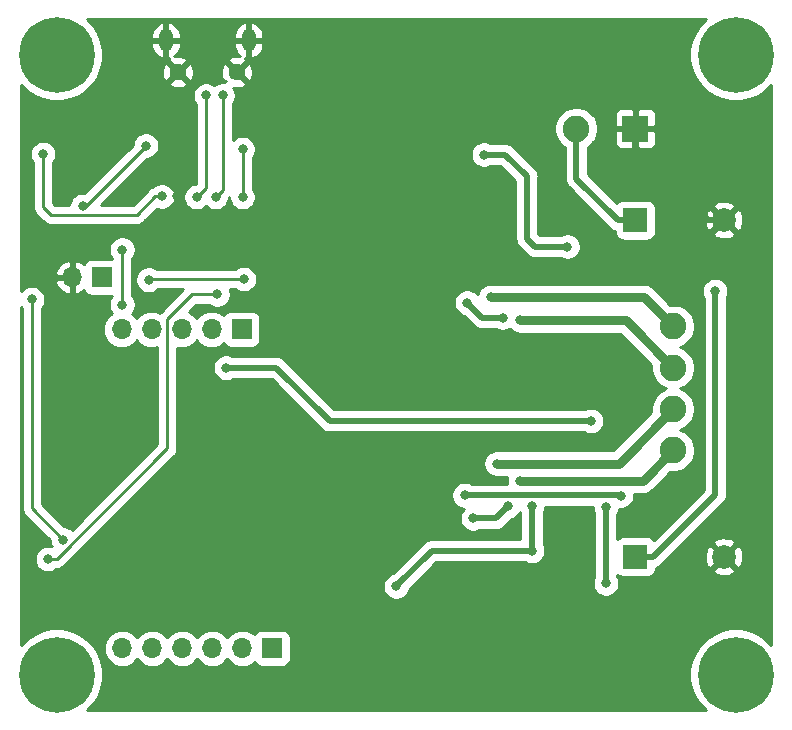
<source format=gbr>
G04 #@! TF.GenerationSoftware,KiCad,Pcbnew,5.1.4-e60b266~84~ubuntu18.04.1*
G04 #@! TF.CreationDate,2020-01-21T10:37:06-03:00*
G04 #@! TF.ProjectId,tecsci_dip,74656373-6369-45f6-9469-702e6b696361,v1.3*
G04 #@! TF.SameCoordinates,Original*
G04 #@! TF.FileFunction,Copper,L2,Bot*
G04 #@! TF.FilePolarity,Positive*
%FSLAX46Y46*%
G04 Gerber Fmt 4.6, Leading zero omitted, Abs format (unit mm)*
G04 Created by KiCad (PCBNEW 5.1.4-e60b266~84~ubuntu18.04.1) date 2020-01-21 10:37:06*
%MOMM*%
%LPD*%
G04 APERTURE LIST*
%ADD10O,1.700000X1.700000*%
%ADD11R,1.700000X1.700000*%
%ADD12O,1.200000X1.900000*%
%ADD13C,1.450000*%
%ADD14C,2.250000*%
%ADD15C,2.000000*%
%ADD16R,2.000000X2.000000*%
%ADD17C,0.800000*%
%ADD18C,6.400000*%
%ADD19R,2.250000X2.250000*%
%ADD20C,0.500000*%
%ADD21C,0.250000*%
%ADD22C,0.800000*%
%ADD23C,0.254000*%
G04 APERTURE END LIST*
D10*
X61060000Y-77600000D03*
D11*
X63600000Y-77600000D03*
D12*
X69000000Y-57512500D03*
X76000000Y-57512500D03*
D13*
X70000000Y-60212500D03*
X75000000Y-60212500D03*
D10*
X65240000Y-82000000D03*
X67780000Y-82000000D03*
X70320000Y-82000000D03*
X72860000Y-82000000D03*
D11*
X75400000Y-82000000D03*
D10*
X65300000Y-109000000D03*
X67840000Y-109000000D03*
X70380000Y-109000000D03*
X72920000Y-109000000D03*
X75460000Y-109000000D03*
D11*
X78000000Y-109000000D03*
D14*
X111950000Y-81750000D03*
X111950000Y-85250000D03*
X111950000Y-88750000D03*
X111950000Y-92250000D03*
D15*
X116250000Y-101250000D03*
D16*
X108750000Y-101250000D03*
D17*
X61447056Y-57052944D03*
X59750000Y-56350000D03*
X58052944Y-57052944D03*
X57350000Y-58750000D03*
X58052944Y-60447056D03*
X59750000Y-61150000D03*
X61447056Y-60447056D03*
X62150000Y-58750000D03*
D18*
X59750000Y-58750000D03*
D17*
X118947056Y-109552944D03*
X117250000Y-108850000D03*
X115552944Y-109552944D03*
X114850000Y-111250000D03*
X115552944Y-112947056D03*
X117250000Y-113650000D03*
X118947056Y-112947056D03*
X119650000Y-111250000D03*
D18*
X117250000Y-111250000D03*
D17*
X118947056Y-57052944D03*
X117250000Y-56350000D03*
X115552944Y-57052944D03*
X114850000Y-58750000D03*
X115552944Y-60447056D03*
X117250000Y-61150000D03*
X118947056Y-60447056D03*
X119650000Y-58750000D03*
D18*
X117250000Y-58750000D03*
D17*
X61447056Y-109552944D03*
X59750000Y-108850000D03*
X58052944Y-109552944D03*
X57350000Y-111250000D03*
X58052944Y-112947056D03*
X59750000Y-113650000D03*
X61447056Y-112947056D03*
X62150000Y-111250000D03*
D18*
X59750000Y-111250000D03*
D15*
X116250000Y-72750000D03*
D16*
X108750000Y-72750000D03*
D14*
X103750000Y-65000000D03*
D19*
X108750000Y-65000000D03*
D17*
X106250000Y-77250000D03*
X59250000Y-84150000D03*
X61050000Y-81450000D03*
X69950000Y-62250000D03*
X78150000Y-99500000D03*
X82850000Y-99500000D03*
X69950000Y-70750000D03*
X89150000Y-84300000D03*
X89950000Y-81850000D03*
X59000000Y-101450000D03*
X73350000Y-79050000D03*
X107513120Y-96078040D03*
X94284800Y-96045020D03*
X99997260Y-96956880D03*
X88500000Y-103750000D03*
X115500000Y-78750000D03*
X99999994Y-100750000D03*
X106250740Y-97045780D03*
X106250000Y-103500000D03*
X97500000Y-81000000D03*
X94500000Y-79750000D03*
X74100000Y-85250000D03*
X105000000Y-89750000D03*
X97998280Y-96954340D03*
X95000000Y-98000000D03*
X103000022Y-75000000D03*
X95915480Y-67200780D03*
X96500000Y-79249999D03*
X99000000Y-81250000D03*
X99000000Y-94828360D03*
X97002600Y-93365320D03*
X65300000Y-79900000D03*
X65300000Y-75250000D03*
X57650000Y-79450000D03*
X60300000Y-99800000D03*
X75600000Y-77750000D03*
X67550000Y-77800000D03*
X71600000Y-70800000D03*
X72400000Y-62200000D03*
X73800000Y-62200000D03*
X73200000Y-70800000D03*
X68650000Y-70750000D03*
X58600000Y-67150000D03*
X75500000Y-66750000D03*
X75500000Y-70800000D03*
X67300000Y-66445000D03*
X61948205Y-71551795D03*
D20*
X114875000Y-72750000D02*
X116250000Y-72750000D01*
X108750000Y-66625000D02*
X114875000Y-72750000D01*
X108750000Y-65000000D02*
X108750000Y-66625000D01*
X111750000Y-77250000D02*
X116250000Y-72750000D01*
X106250000Y-77250000D02*
X106250000Y-77250000D01*
X106250000Y-77250000D02*
X111750000Y-77250000D01*
D21*
X59250000Y-84150000D02*
X60850000Y-82550000D01*
X60850000Y-82550000D02*
X60850000Y-81650000D01*
X60850000Y-81650000D02*
X61050000Y-81450000D01*
X78150000Y-99500000D02*
X82850000Y-99500000D01*
X69950000Y-70750000D02*
X69950000Y-62250000D01*
X89150000Y-84300000D02*
X89950000Y-83500000D01*
X89950000Y-83500000D02*
X89950000Y-81850000D01*
X59000000Y-101450000D02*
X59752602Y-101450000D01*
X73350000Y-79050000D02*
X71200000Y-79050000D01*
X69124999Y-92077603D02*
X59752602Y-101450000D01*
X69124999Y-81125001D02*
X69124999Y-92077603D01*
X71200000Y-79050000D02*
X69124999Y-81125001D01*
D20*
X107480100Y-96045020D02*
X107513120Y-96078040D01*
X94284800Y-96045020D02*
X107480100Y-96045020D01*
X107250000Y-72750000D02*
X108750000Y-72750000D01*
X103750000Y-69250000D02*
X107250000Y-72750000D01*
X103750000Y-65000000D02*
X103750000Y-69250000D01*
X110250000Y-101250000D02*
X108750000Y-101250000D01*
X115500000Y-96000000D02*
X110250000Y-101250000D01*
X115500000Y-78750000D02*
X115500000Y-96000000D01*
X99434309Y-100750000D02*
X99999994Y-100750000D01*
X91500000Y-100750000D02*
X99434309Y-100750000D01*
X88500000Y-103750000D02*
X91500000Y-100750000D01*
X99997260Y-100747266D02*
X99999994Y-100750000D01*
X99997260Y-96956880D02*
X99997260Y-100747266D01*
X106250740Y-103499260D02*
X106250000Y-103500000D01*
X106250740Y-97045780D02*
X106250740Y-103499260D01*
X95750000Y-81000000D02*
X97500000Y-81000000D01*
X94500000Y-79750000D02*
X95750000Y-81000000D01*
X78350000Y-85250000D02*
X74100000Y-85250000D01*
X105000000Y-89750000D02*
X82850000Y-89750000D01*
X82850000Y-89750000D02*
X78350000Y-85250000D01*
X96952620Y-98000000D02*
X97998280Y-96954340D01*
X95000000Y-98000000D02*
X96952620Y-98000000D01*
X95915480Y-67200780D02*
X97713800Y-67200780D01*
X97713800Y-67200780D02*
X99565460Y-69052440D01*
X99565460Y-69052440D02*
X99565460Y-74338180D01*
X100227280Y-75000000D02*
X103000022Y-75000000D01*
X99565460Y-74338180D02*
X100227280Y-75000000D01*
D22*
X109449999Y-79249999D02*
X111950000Y-81750000D01*
X96500000Y-79249999D02*
X109449999Y-79249999D01*
X107950000Y-81250000D02*
X111950000Y-85250000D01*
X99000000Y-81250000D02*
X107950000Y-81250000D01*
X109371640Y-94828360D02*
X111950000Y-92250000D01*
X99000000Y-94828360D02*
X109371640Y-94828360D01*
X107334680Y-93365320D02*
X111950000Y-88750000D01*
X97002600Y-93365320D02*
X107334680Y-93365320D01*
D21*
X65300000Y-79900000D02*
X65300000Y-75250000D01*
X57650000Y-79450000D02*
X57650000Y-97150000D01*
X57650000Y-97150000D02*
X60300000Y-99800000D01*
X75600000Y-77750000D02*
X67600000Y-77750000D01*
X67600000Y-77750000D02*
X67550000Y-77800000D01*
X72400000Y-70000000D02*
X71600000Y-70800000D01*
X72400000Y-62200000D02*
X72400000Y-70000000D01*
X73800000Y-70200000D02*
X73200000Y-70800000D01*
X73800000Y-62200000D02*
X73800000Y-70200000D01*
X58600000Y-71650000D02*
X58600000Y-67150000D01*
X66537519Y-72296796D02*
X59246796Y-72296796D01*
X59246796Y-72296796D02*
X58600000Y-71650000D01*
X68084315Y-70750000D02*
X66537519Y-72296796D01*
X68650000Y-70750000D02*
X68084315Y-70750000D01*
X75500000Y-70800000D02*
X75500000Y-66750000D01*
X67300000Y-66445000D02*
X62193205Y-71551795D01*
X62193205Y-71551795D02*
X61948205Y-71551795D01*
D23*
G36*
X114199700Y-56246683D02*
G01*
X113769938Y-56889868D01*
X113473912Y-57604536D01*
X113323000Y-58363224D01*
X113323000Y-59136776D01*
X113473912Y-59895464D01*
X113769938Y-60610132D01*
X114199700Y-61253317D01*
X114746683Y-61800300D01*
X115389868Y-62230062D01*
X116104536Y-62526088D01*
X116863224Y-62677000D01*
X117636776Y-62677000D01*
X118395464Y-62526088D01*
X119110132Y-62230062D01*
X119753317Y-61800300D01*
X120248001Y-61305616D01*
X120248000Y-108694383D01*
X119753317Y-108199700D01*
X119110132Y-107769938D01*
X118395464Y-107473912D01*
X117636776Y-107323000D01*
X116863224Y-107323000D01*
X116104536Y-107473912D01*
X115389868Y-107769938D01*
X114746683Y-108199700D01*
X114199700Y-108746683D01*
X113769938Y-109389868D01*
X113473912Y-110104536D01*
X113323000Y-110863224D01*
X113323000Y-111636776D01*
X113473912Y-112395464D01*
X113769938Y-113110132D01*
X114199700Y-113753317D01*
X114694383Y-114248000D01*
X62305617Y-114248000D01*
X62800300Y-113753317D01*
X63230062Y-113110132D01*
X63526088Y-112395464D01*
X63677000Y-111636776D01*
X63677000Y-110863224D01*
X63526088Y-110104536D01*
X63230062Y-109389868D01*
X62969561Y-109000000D01*
X63715370Y-109000000D01*
X63745818Y-109309146D01*
X63835993Y-109606412D01*
X63982428Y-109880373D01*
X64179497Y-110120503D01*
X64419627Y-110317572D01*
X64693588Y-110464007D01*
X64990854Y-110554182D01*
X65222531Y-110577000D01*
X65377469Y-110577000D01*
X65609146Y-110554182D01*
X65906412Y-110464007D01*
X66180373Y-110317572D01*
X66420503Y-110120503D01*
X66570000Y-109938340D01*
X66719497Y-110120503D01*
X66959627Y-110317572D01*
X67233588Y-110464007D01*
X67530854Y-110554182D01*
X67762531Y-110577000D01*
X67917469Y-110577000D01*
X68149146Y-110554182D01*
X68446412Y-110464007D01*
X68720373Y-110317572D01*
X68960503Y-110120503D01*
X69110000Y-109938340D01*
X69259497Y-110120503D01*
X69499627Y-110317572D01*
X69773588Y-110464007D01*
X70070854Y-110554182D01*
X70302531Y-110577000D01*
X70457469Y-110577000D01*
X70689146Y-110554182D01*
X70986412Y-110464007D01*
X71260373Y-110317572D01*
X71500503Y-110120503D01*
X71650000Y-109938340D01*
X71799497Y-110120503D01*
X72039627Y-110317572D01*
X72313588Y-110464007D01*
X72610854Y-110554182D01*
X72842531Y-110577000D01*
X72997469Y-110577000D01*
X73229146Y-110554182D01*
X73526412Y-110464007D01*
X73800373Y-110317572D01*
X74040503Y-110120503D01*
X74190000Y-109938340D01*
X74339497Y-110120503D01*
X74579627Y-110317572D01*
X74853588Y-110464007D01*
X75150854Y-110554182D01*
X75382531Y-110577000D01*
X75537469Y-110577000D01*
X75769146Y-110554182D01*
X76066412Y-110464007D01*
X76340373Y-110317572D01*
X76503868Y-110183396D01*
X76542597Y-110255853D01*
X76633446Y-110366554D01*
X76744147Y-110457403D01*
X76870443Y-110524910D01*
X77007483Y-110566480D01*
X77150000Y-110580517D01*
X78850000Y-110580517D01*
X78992517Y-110566480D01*
X79129557Y-110524910D01*
X79255853Y-110457403D01*
X79366554Y-110366554D01*
X79457403Y-110255853D01*
X79524910Y-110129557D01*
X79566480Y-109992517D01*
X79580517Y-109850000D01*
X79580517Y-108150000D01*
X79566480Y-108007483D01*
X79524910Y-107870443D01*
X79457403Y-107744147D01*
X79366554Y-107633446D01*
X79255853Y-107542597D01*
X79129557Y-107475090D01*
X78992517Y-107433520D01*
X78850000Y-107419483D01*
X77150000Y-107419483D01*
X77007483Y-107433520D01*
X76870443Y-107475090D01*
X76744147Y-107542597D01*
X76633446Y-107633446D01*
X76542597Y-107744147D01*
X76503868Y-107816604D01*
X76340373Y-107682428D01*
X76066412Y-107535993D01*
X75769146Y-107445818D01*
X75537469Y-107423000D01*
X75382531Y-107423000D01*
X75150854Y-107445818D01*
X74853588Y-107535993D01*
X74579627Y-107682428D01*
X74339497Y-107879497D01*
X74190000Y-108061660D01*
X74040503Y-107879497D01*
X73800373Y-107682428D01*
X73526412Y-107535993D01*
X73229146Y-107445818D01*
X72997469Y-107423000D01*
X72842531Y-107423000D01*
X72610854Y-107445818D01*
X72313588Y-107535993D01*
X72039627Y-107682428D01*
X71799497Y-107879497D01*
X71650000Y-108061660D01*
X71500503Y-107879497D01*
X71260373Y-107682428D01*
X70986412Y-107535993D01*
X70689146Y-107445818D01*
X70457469Y-107423000D01*
X70302531Y-107423000D01*
X70070854Y-107445818D01*
X69773588Y-107535993D01*
X69499627Y-107682428D01*
X69259497Y-107879497D01*
X69110000Y-108061660D01*
X68960503Y-107879497D01*
X68720373Y-107682428D01*
X68446412Y-107535993D01*
X68149146Y-107445818D01*
X67917469Y-107423000D01*
X67762531Y-107423000D01*
X67530854Y-107445818D01*
X67233588Y-107535993D01*
X66959627Y-107682428D01*
X66719497Y-107879497D01*
X66570000Y-108061660D01*
X66420503Y-107879497D01*
X66180373Y-107682428D01*
X65906412Y-107535993D01*
X65609146Y-107445818D01*
X65377469Y-107423000D01*
X65222531Y-107423000D01*
X64990854Y-107445818D01*
X64693588Y-107535993D01*
X64419627Y-107682428D01*
X64179497Y-107879497D01*
X63982428Y-108119627D01*
X63835993Y-108393588D01*
X63745818Y-108690854D01*
X63715370Y-109000000D01*
X62969561Y-109000000D01*
X62800300Y-108746683D01*
X62253317Y-108199700D01*
X61610132Y-107769938D01*
X60895464Y-107473912D01*
X60136776Y-107323000D01*
X59363224Y-107323000D01*
X58604536Y-107473912D01*
X57889868Y-107769938D01*
X57246683Y-108199700D01*
X56752000Y-108694383D01*
X56752000Y-103639000D01*
X87373000Y-103639000D01*
X87373000Y-103861000D01*
X87416310Y-104078734D01*
X87501266Y-104283835D01*
X87624602Y-104468421D01*
X87781579Y-104625398D01*
X87966165Y-104748734D01*
X88171266Y-104833690D01*
X88389000Y-104877000D01*
X88611000Y-104877000D01*
X88828734Y-104833690D01*
X89033835Y-104748734D01*
X89218421Y-104625398D01*
X89375398Y-104468421D01*
X89498734Y-104283835D01*
X89583690Y-104078734D01*
X89591322Y-104040364D01*
X91904686Y-101727000D01*
X99433632Y-101727000D01*
X99466159Y-101748734D01*
X99671260Y-101833690D01*
X99888994Y-101877000D01*
X100110994Y-101877000D01*
X100328728Y-101833690D01*
X100533829Y-101748734D01*
X100718415Y-101625398D01*
X100875392Y-101468421D01*
X100998728Y-101283835D01*
X101083684Y-101078734D01*
X101126994Y-100861000D01*
X101126994Y-100639000D01*
X101083684Y-100421266D01*
X100998728Y-100216165D01*
X100974260Y-100179546D01*
X100974260Y-97523242D01*
X100995994Y-97490715D01*
X101080950Y-97285614D01*
X101124260Y-97067880D01*
X101124260Y-97022020D01*
X105123740Y-97022020D01*
X105123740Y-97156780D01*
X105167050Y-97374514D01*
X105252006Y-97579615D01*
X105273740Y-97612142D01*
X105273741Y-102932529D01*
X105251266Y-102966165D01*
X105166310Y-103171266D01*
X105123000Y-103389000D01*
X105123000Y-103611000D01*
X105166310Y-103828734D01*
X105251266Y-104033835D01*
X105374602Y-104218421D01*
X105531579Y-104375398D01*
X105716165Y-104498734D01*
X105921266Y-104583690D01*
X106139000Y-104627000D01*
X106361000Y-104627000D01*
X106578734Y-104583690D01*
X106783835Y-104498734D01*
X106968421Y-104375398D01*
X107125398Y-104218421D01*
X107248734Y-104033835D01*
X107333690Y-103828734D01*
X107377000Y-103611000D01*
X107377000Y-103389000D01*
X107333690Y-103171266D01*
X107248734Y-102966165D01*
X107227740Y-102934745D01*
X107227740Y-102759601D01*
X107233446Y-102766554D01*
X107344147Y-102857403D01*
X107470443Y-102924910D01*
X107607483Y-102966480D01*
X107750000Y-102980517D01*
X109750000Y-102980517D01*
X109892517Y-102966480D01*
X110029557Y-102924910D01*
X110155853Y-102857403D01*
X110266554Y-102766554D01*
X110357403Y-102655853D01*
X110424910Y-102529557D01*
X110466480Y-102392517D01*
X110467179Y-102385413D01*
X115294192Y-102385413D01*
X115389956Y-102649814D01*
X115679571Y-102790704D01*
X115991108Y-102872384D01*
X116312595Y-102891718D01*
X116631675Y-102847961D01*
X116936088Y-102742795D01*
X117110044Y-102649814D01*
X117205808Y-102385413D01*
X116250000Y-101429605D01*
X115294192Y-102385413D01*
X110467179Y-102385413D01*
X110480517Y-102250000D01*
X110480517Y-102201035D01*
X110625691Y-102156997D01*
X110795418Y-102066276D01*
X110944186Y-101944186D01*
X110974784Y-101906902D01*
X111569091Y-101312595D01*
X114608282Y-101312595D01*
X114652039Y-101631675D01*
X114757205Y-101936088D01*
X114850186Y-102110044D01*
X115114587Y-102205808D01*
X116070395Y-101250000D01*
X116429605Y-101250000D01*
X117385413Y-102205808D01*
X117649814Y-102110044D01*
X117790704Y-101820429D01*
X117872384Y-101508892D01*
X117891718Y-101187405D01*
X117847961Y-100868325D01*
X117742795Y-100563912D01*
X117649814Y-100389956D01*
X117385413Y-100294192D01*
X116429605Y-101250000D01*
X116070395Y-101250000D01*
X115114587Y-100294192D01*
X114850186Y-100389956D01*
X114709296Y-100679571D01*
X114627616Y-100991108D01*
X114608282Y-101312595D01*
X111569091Y-101312595D01*
X112767099Y-100114587D01*
X115294192Y-100114587D01*
X116250000Y-101070395D01*
X117205808Y-100114587D01*
X117110044Y-99850186D01*
X116820429Y-99709296D01*
X116508892Y-99627616D01*
X116187405Y-99608282D01*
X115868325Y-99652039D01*
X115563912Y-99757205D01*
X115389956Y-99850186D01*
X115294192Y-100114587D01*
X112767099Y-100114587D01*
X116156907Y-96724779D01*
X116194186Y-96694186D01*
X116316276Y-96545418D01*
X116406997Y-96375691D01*
X116462863Y-96191525D01*
X116477000Y-96047993D01*
X116477000Y-96047991D01*
X116481727Y-96000001D01*
X116477000Y-95952010D01*
X116477000Y-79316362D01*
X116498734Y-79283835D01*
X116583690Y-79078734D01*
X116627000Y-78861000D01*
X116627000Y-78639000D01*
X116583690Y-78421266D01*
X116498734Y-78216165D01*
X116375398Y-78031579D01*
X116218421Y-77874602D01*
X116033835Y-77751266D01*
X115828734Y-77666310D01*
X115611000Y-77623000D01*
X115389000Y-77623000D01*
X115171266Y-77666310D01*
X114966165Y-77751266D01*
X114781579Y-77874602D01*
X114624602Y-78031579D01*
X114501266Y-78216165D01*
X114416310Y-78421266D01*
X114373000Y-78639000D01*
X114373000Y-78861000D01*
X114416310Y-79078734D01*
X114501266Y-79283835D01*
X114523000Y-79316362D01*
X114523001Y-95595312D01*
X110319884Y-99798430D01*
X110266554Y-99733446D01*
X110155853Y-99642597D01*
X110029557Y-99575090D01*
X109892517Y-99533520D01*
X109750000Y-99519483D01*
X107750000Y-99519483D01*
X107607483Y-99533520D01*
X107470443Y-99575090D01*
X107344147Y-99642597D01*
X107233446Y-99733446D01*
X107227740Y-99740399D01*
X107227740Y-97612142D01*
X107249474Y-97579615D01*
X107334430Y-97374514D01*
X107369434Y-97198538D01*
X107402120Y-97205040D01*
X107624120Y-97205040D01*
X107841854Y-97161730D01*
X108046955Y-97076774D01*
X108231541Y-96953438D01*
X108388518Y-96796461D01*
X108511854Y-96611875D01*
X108596810Y-96406774D01*
X108640120Y-96189040D01*
X108640120Y-95967040D01*
X108637797Y-95955360D01*
X109316286Y-95955360D01*
X109371640Y-95960812D01*
X109426994Y-95955360D01*
X109427005Y-95955360D01*
X109592571Y-95939053D01*
X109805011Y-95874610D01*
X110000797Y-95769960D01*
X110172405Y-95629125D01*
X110207699Y-95586119D01*
X111704391Y-94089428D01*
X111767594Y-94102000D01*
X112132406Y-94102000D01*
X112490208Y-94030829D01*
X112827251Y-93891221D01*
X113130581Y-93688542D01*
X113388542Y-93430581D01*
X113591221Y-93127251D01*
X113730829Y-92790208D01*
X113802000Y-92432406D01*
X113802000Y-92067594D01*
X113730829Y-91709792D01*
X113591221Y-91372749D01*
X113388542Y-91069419D01*
X113130581Y-90811458D01*
X112827251Y-90608779D01*
X112564636Y-90500000D01*
X112827251Y-90391221D01*
X113130581Y-90188542D01*
X113388542Y-89930581D01*
X113591221Y-89627251D01*
X113730829Y-89290208D01*
X113802000Y-88932406D01*
X113802000Y-88567594D01*
X113730829Y-88209792D01*
X113591221Y-87872749D01*
X113388542Y-87569419D01*
X113130581Y-87311458D01*
X112827251Y-87108779D01*
X112564636Y-87000000D01*
X112827251Y-86891221D01*
X113130581Y-86688542D01*
X113388542Y-86430581D01*
X113591221Y-86127251D01*
X113730829Y-85790208D01*
X113802000Y-85432406D01*
X113802000Y-85067594D01*
X113730829Y-84709792D01*
X113591221Y-84372749D01*
X113388542Y-84069419D01*
X113130581Y-83811458D01*
X112827251Y-83608779D01*
X112564636Y-83500000D01*
X112827251Y-83391221D01*
X113130581Y-83188542D01*
X113388542Y-82930581D01*
X113591221Y-82627251D01*
X113730829Y-82290208D01*
X113802000Y-81932406D01*
X113802000Y-81567594D01*
X113730829Y-81209792D01*
X113591221Y-80872749D01*
X113388542Y-80569419D01*
X113130581Y-80311458D01*
X112827251Y-80108779D01*
X112490208Y-79969171D01*
X112132406Y-79898000D01*
X111767594Y-79898000D01*
X111704390Y-79910572D01*
X110286058Y-78492240D01*
X110250764Y-78449234D01*
X110079156Y-78308399D01*
X109883370Y-78203749D01*
X109670930Y-78139306D01*
X109505364Y-78122999D01*
X109505353Y-78122999D01*
X109449999Y-78117547D01*
X109394645Y-78122999D01*
X96389000Y-78122999D01*
X96334433Y-78133853D01*
X96279069Y-78139306D01*
X96225833Y-78155455D01*
X96171266Y-78166309D01*
X96119866Y-78187600D01*
X96066629Y-78203749D01*
X96017565Y-78229974D01*
X95966165Y-78251265D01*
X95919906Y-78282174D01*
X95870843Y-78308399D01*
X95827841Y-78343690D01*
X95781579Y-78374601D01*
X95742236Y-78413944D01*
X95699235Y-78449234D01*
X95663945Y-78492235D01*
X95624602Y-78531578D01*
X95593691Y-78577840D01*
X95558400Y-78620842D01*
X95532175Y-78669905D01*
X95501266Y-78716164D01*
X95479975Y-78767564D01*
X95453750Y-78816628D01*
X95437601Y-78869865D01*
X95416310Y-78921265D01*
X95405456Y-78975832D01*
X95389307Y-79029068D01*
X95387305Y-79049399D01*
X95375398Y-79031579D01*
X95218421Y-78874602D01*
X95033835Y-78751266D01*
X94828734Y-78666310D01*
X94611000Y-78623000D01*
X94389000Y-78623000D01*
X94171266Y-78666310D01*
X93966165Y-78751266D01*
X93781579Y-78874602D01*
X93624602Y-79031579D01*
X93501266Y-79216165D01*
X93416310Y-79421266D01*
X93373000Y-79639000D01*
X93373000Y-79861000D01*
X93416310Y-80078734D01*
X93501266Y-80283835D01*
X93624602Y-80468421D01*
X93781579Y-80625398D01*
X93966165Y-80748734D01*
X94171266Y-80833690D01*
X94209636Y-80841322D01*
X95025220Y-81656907D01*
X95055814Y-81694186D01*
X95204582Y-81816276D01*
X95322222Y-81879156D01*
X95374309Y-81906997D01*
X95558474Y-81962863D01*
X95750000Y-81981727D01*
X95797993Y-81977000D01*
X96933638Y-81977000D01*
X96966165Y-81998734D01*
X97171266Y-82083690D01*
X97389000Y-82127000D01*
X97611000Y-82127000D01*
X97828734Y-82083690D01*
X98033835Y-81998734D01*
X98110589Y-81947449D01*
X98124602Y-81968421D01*
X98163945Y-82007764D01*
X98199235Y-82050765D01*
X98242236Y-82086055D01*
X98281579Y-82125398D01*
X98327841Y-82156309D01*
X98370843Y-82191600D01*
X98419906Y-82217825D01*
X98466165Y-82248734D01*
X98517565Y-82270025D01*
X98566629Y-82296250D01*
X98619866Y-82312399D01*
X98671266Y-82333690D01*
X98725833Y-82344544D01*
X98779069Y-82360693D01*
X98834433Y-82366146D01*
X98889000Y-82377000D01*
X107483182Y-82377000D01*
X110110572Y-85004391D01*
X110098000Y-85067594D01*
X110098000Y-85432406D01*
X110169171Y-85790208D01*
X110308779Y-86127251D01*
X110511458Y-86430581D01*
X110769419Y-86688542D01*
X111072749Y-86891221D01*
X111335364Y-87000000D01*
X111072749Y-87108779D01*
X110769419Y-87311458D01*
X110511458Y-87569419D01*
X110308779Y-87872749D01*
X110169171Y-88209792D01*
X110098000Y-88567594D01*
X110098000Y-88932406D01*
X110110572Y-88995609D01*
X106867862Y-92238320D01*
X96891600Y-92238320D01*
X96837033Y-92249174D01*
X96781669Y-92254627D01*
X96728433Y-92270776D01*
X96673866Y-92281630D01*
X96622466Y-92302921D01*
X96569229Y-92319070D01*
X96520165Y-92345295D01*
X96468765Y-92366586D01*
X96422506Y-92397495D01*
X96373443Y-92423720D01*
X96330441Y-92459011D01*
X96284179Y-92489922D01*
X96244836Y-92529265D01*
X96201835Y-92564555D01*
X96166545Y-92607556D01*
X96127202Y-92646899D01*
X96096291Y-92693161D01*
X96061000Y-92736163D01*
X96034775Y-92785226D01*
X96003866Y-92831485D01*
X95982575Y-92882885D01*
X95956350Y-92931949D01*
X95940201Y-92985186D01*
X95918910Y-93036586D01*
X95908056Y-93091153D01*
X95891907Y-93144389D01*
X95886454Y-93199753D01*
X95875600Y-93254320D01*
X95875600Y-93309955D01*
X95870147Y-93365320D01*
X95875600Y-93420685D01*
X95875600Y-93476320D01*
X95886454Y-93530887D01*
X95891907Y-93586251D01*
X95908056Y-93639487D01*
X95918910Y-93694054D01*
X95940201Y-93745454D01*
X95956350Y-93798691D01*
X95982575Y-93847755D01*
X96003866Y-93899155D01*
X96034775Y-93945414D01*
X96061000Y-93994477D01*
X96096291Y-94037479D01*
X96127202Y-94083741D01*
X96166545Y-94123084D01*
X96201835Y-94166085D01*
X96244836Y-94201375D01*
X96284179Y-94240718D01*
X96330441Y-94271629D01*
X96373443Y-94306920D01*
X96422506Y-94333145D01*
X96468765Y-94364054D01*
X96520165Y-94385345D01*
X96569229Y-94411570D01*
X96622466Y-94427719D01*
X96673866Y-94449010D01*
X96728433Y-94459864D01*
X96781669Y-94476013D01*
X96837033Y-94481466D01*
X96891600Y-94492320D01*
X97919336Y-94492320D01*
X97916310Y-94499626D01*
X97905456Y-94554193D01*
X97889307Y-94607429D01*
X97883854Y-94662793D01*
X97873000Y-94717360D01*
X97873000Y-94772995D01*
X97867547Y-94828360D01*
X97873000Y-94883725D01*
X97873000Y-94939360D01*
X97883854Y-94993927D01*
X97889307Y-95049291D01*
X97894988Y-95068020D01*
X94851162Y-95068020D01*
X94818635Y-95046286D01*
X94613534Y-94961330D01*
X94395800Y-94918020D01*
X94173800Y-94918020D01*
X93956066Y-94961330D01*
X93750965Y-95046286D01*
X93566379Y-95169622D01*
X93409402Y-95326599D01*
X93286066Y-95511185D01*
X93201110Y-95716286D01*
X93157800Y-95934020D01*
X93157800Y-96156020D01*
X93201110Y-96373754D01*
X93286066Y-96578855D01*
X93409402Y-96763441D01*
X93566379Y-96920418D01*
X93750965Y-97043754D01*
X93956066Y-97128710D01*
X94173800Y-97172020D01*
X94234161Y-97172020D01*
X94124602Y-97281579D01*
X94001266Y-97466165D01*
X93916310Y-97671266D01*
X93873000Y-97889000D01*
X93873000Y-98111000D01*
X93916310Y-98328734D01*
X94001266Y-98533835D01*
X94124602Y-98718421D01*
X94281579Y-98875398D01*
X94466165Y-98998734D01*
X94671266Y-99083690D01*
X94889000Y-99127000D01*
X95111000Y-99127000D01*
X95328734Y-99083690D01*
X95533835Y-98998734D01*
X95566362Y-98977000D01*
X96904627Y-98977000D01*
X96952620Y-98981727D01*
X97144145Y-98962863D01*
X97328311Y-98906997D01*
X97498038Y-98816276D01*
X97646806Y-98694186D01*
X97677404Y-98656902D01*
X98288644Y-98045662D01*
X98327014Y-98038030D01*
X98532115Y-97953074D01*
X98716701Y-97829738D01*
X98873678Y-97672761D01*
X98997014Y-97488175D01*
X98997244Y-97487620D01*
X98998526Y-97490715D01*
X99020260Y-97523243D01*
X99020261Y-99773000D01*
X91547993Y-99773000D01*
X91500000Y-99768273D01*
X91308474Y-99787137D01*
X91266071Y-99800000D01*
X91124309Y-99843003D01*
X90954582Y-99933724D01*
X90805814Y-100055814D01*
X90775216Y-100093098D01*
X88209636Y-102658678D01*
X88171266Y-102666310D01*
X87966165Y-102751266D01*
X87781579Y-102874602D01*
X87624602Y-103031579D01*
X87501266Y-103216165D01*
X87416310Y-103421266D01*
X87373000Y-103639000D01*
X56752000Y-103639000D01*
X56752000Y-80134595D01*
X56774602Y-80168421D01*
X56798000Y-80191819D01*
X56798001Y-97108141D01*
X56793878Y-97150000D01*
X56810329Y-97317020D01*
X56859046Y-97477623D01*
X56938161Y-97625636D01*
X57004066Y-97705941D01*
X57044631Y-97755370D01*
X57077141Y-97782050D01*
X59173000Y-99877910D01*
X59173000Y-99911000D01*
X59216310Y-100128734D01*
X59301266Y-100333835D01*
X59322081Y-100364987D01*
X59111000Y-100323000D01*
X58889000Y-100323000D01*
X58671266Y-100366310D01*
X58466165Y-100451266D01*
X58281579Y-100574602D01*
X58124602Y-100731579D01*
X58001266Y-100916165D01*
X57916310Y-101121266D01*
X57873000Y-101339000D01*
X57873000Y-101561000D01*
X57916310Y-101778734D01*
X58001266Y-101983835D01*
X58124602Y-102168421D01*
X58281579Y-102325398D01*
X58466165Y-102448734D01*
X58671266Y-102533690D01*
X58889000Y-102577000D01*
X59111000Y-102577000D01*
X59328734Y-102533690D01*
X59533835Y-102448734D01*
X59718421Y-102325398D01*
X59739033Y-102304786D01*
X59752602Y-102306122D01*
X59794451Y-102302000D01*
X59794454Y-102302000D01*
X59919623Y-102289672D01*
X60080226Y-102240954D01*
X60228238Y-102161839D01*
X60357972Y-102055370D01*
X60384657Y-102022854D01*
X69697859Y-92709653D01*
X69730369Y-92682973D01*
X69792258Y-92607560D01*
X69836838Y-92553240D01*
X69915953Y-92405227D01*
X69964671Y-92244624D01*
X69976999Y-92119455D01*
X69976999Y-92119452D01*
X69981121Y-92077603D01*
X69976999Y-92035754D01*
X69976999Y-85139000D01*
X72973000Y-85139000D01*
X72973000Y-85361000D01*
X73016310Y-85578734D01*
X73101266Y-85783835D01*
X73224602Y-85968421D01*
X73381579Y-86125398D01*
X73566165Y-86248734D01*
X73771266Y-86333690D01*
X73989000Y-86377000D01*
X74211000Y-86377000D01*
X74428734Y-86333690D01*
X74633835Y-86248734D01*
X74666362Y-86227000D01*
X77945314Y-86227000D01*
X82125220Y-90406907D01*
X82155814Y-90444186D01*
X82304582Y-90566276D01*
X82474309Y-90656997D01*
X82658474Y-90712863D01*
X82849999Y-90731727D01*
X82897992Y-90727000D01*
X104433638Y-90727000D01*
X104466165Y-90748734D01*
X104671266Y-90833690D01*
X104889000Y-90877000D01*
X105111000Y-90877000D01*
X105328734Y-90833690D01*
X105533835Y-90748734D01*
X105718421Y-90625398D01*
X105875398Y-90468421D01*
X105998734Y-90283835D01*
X106083690Y-90078734D01*
X106127000Y-89861000D01*
X106127000Y-89639000D01*
X106083690Y-89421266D01*
X105998734Y-89216165D01*
X105875398Y-89031579D01*
X105718421Y-88874602D01*
X105533835Y-88751266D01*
X105328734Y-88666310D01*
X105111000Y-88623000D01*
X104889000Y-88623000D01*
X104671266Y-88666310D01*
X104466165Y-88751266D01*
X104433638Y-88773000D01*
X83254687Y-88773000D01*
X79074784Y-84593098D01*
X79044186Y-84555814D01*
X78895418Y-84433724D01*
X78725691Y-84343003D01*
X78541525Y-84287137D01*
X78397993Y-84273000D01*
X78350000Y-84268273D01*
X78302007Y-84273000D01*
X74666362Y-84273000D01*
X74633835Y-84251266D01*
X74428734Y-84166310D01*
X74211000Y-84123000D01*
X73989000Y-84123000D01*
X73771266Y-84166310D01*
X73566165Y-84251266D01*
X73381579Y-84374602D01*
X73224602Y-84531579D01*
X73101266Y-84716165D01*
X73016310Y-84921266D01*
X72973000Y-85139000D01*
X69976999Y-85139000D01*
X69976999Y-83543912D01*
X70010854Y-83554182D01*
X70242531Y-83577000D01*
X70397469Y-83577000D01*
X70629146Y-83554182D01*
X70926412Y-83464007D01*
X71200373Y-83317572D01*
X71440503Y-83120503D01*
X71590000Y-82938340D01*
X71739497Y-83120503D01*
X71979627Y-83317572D01*
X72253588Y-83464007D01*
X72550854Y-83554182D01*
X72782531Y-83577000D01*
X72937469Y-83577000D01*
X73169146Y-83554182D01*
X73466412Y-83464007D01*
X73740373Y-83317572D01*
X73903868Y-83183396D01*
X73942597Y-83255853D01*
X74033446Y-83366554D01*
X74144147Y-83457403D01*
X74270443Y-83524910D01*
X74407483Y-83566480D01*
X74550000Y-83580517D01*
X76250000Y-83580517D01*
X76392517Y-83566480D01*
X76529557Y-83524910D01*
X76655853Y-83457403D01*
X76766554Y-83366554D01*
X76857403Y-83255853D01*
X76924910Y-83129557D01*
X76966480Y-82992517D01*
X76980517Y-82850000D01*
X76980517Y-81150000D01*
X76966480Y-81007483D01*
X76924910Y-80870443D01*
X76857403Y-80744147D01*
X76766554Y-80633446D01*
X76655853Y-80542597D01*
X76529557Y-80475090D01*
X76392517Y-80433520D01*
X76250000Y-80419483D01*
X74550000Y-80419483D01*
X74407483Y-80433520D01*
X74270443Y-80475090D01*
X74144147Y-80542597D01*
X74033446Y-80633446D01*
X73942597Y-80744147D01*
X73903868Y-80816604D01*
X73740373Y-80682428D01*
X73466412Y-80535993D01*
X73169146Y-80445818D01*
X72937469Y-80423000D01*
X72782531Y-80423000D01*
X72550854Y-80445818D01*
X72253588Y-80535993D01*
X71979627Y-80682428D01*
X71739497Y-80879497D01*
X71590000Y-81061660D01*
X71440503Y-80879497D01*
X71200373Y-80682428D01*
X70926412Y-80535993D01*
X70920661Y-80534248D01*
X71552910Y-79902000D01*
X72608181Y-79902000D01*
X72631579Y-79925398D01*
X72816165Y-80048734D01*
X73021266Y-80133690D01*
X73239000Y-80177000D01*
X73461000Y-80177000D01*
X73678734Y-80133690D01*
X73883835Y-80048734D01*
X74068421Y-79925398D01*
X74225398Y-79768421D01*
X74348734Y-79583835D01*
X74433690Y-79378734D01*
X74477000Y-79161000D01*
X74477000Y-78939000D01*
X74433690Y-78721266D01*
X74384288Y-78602000D01*
X74858181Y-78602000D01*
X74881579Y-78625398D01*
X75066165Y-78748734D01*
X75271266Y-78833690D01*
X75489000Y-78877000D01*
X75711000Y-78877000D01*
X75928734Y-78833690D01*
X76133835Y-78748734D01*
X76318421Y-78625398D01*
X76475398Y-78468421D01*
X76598734Y-78283835D01*
X76683690Y-78078734D01*
X76727000Y-77861000D01*
X76727000Y-77639000D01*
X76683690Y-77421266D01*
X76598734Y-77216165D01*
X76475398Y-77031579D01*
X76318421Y-76874602D01*
X76133835Y-76751266D01*
X75928734Y-76666310D01*
X75711000Y-76623000D01*
X75489000Y-76623000D01*
X75271266Y-76666310D01*
X75066165Y-76751266D01*
X74881579Y-76874602D01*
X74858181Y-76898000D01*
X68228608Y-76898000D01*
X68083835Y-76801266D01*
X67878734Y-76716310D01*
X67661000Y-76673000D01*
X67439000Y-76673000D01*
X67221266Y-76716310D01*
X67016165Y-76801266D01*
X66831579Y-76924602D01*
X66674602Y-77081579D01*
X66551266Y-77266165D01*
X66466310Y-77471266D01*
X66423000Y-77689000D01*
X66423000Y-77911000D01*
X66466310Y-78128734D01*
X66551266Y-78333835D01*
X66674602Y-78518421D01*
X66831579Y-78675398D01*
X67016165Y-78798734D01*
X67221266Y-78883690D01*
X67439000Y-78927000D01*
X67661000Y-78927000D01*
X67878734Y-78883690D01*
X68083835Y-78798734D01*
X68268421Y-78675398D01*
X68341819Y-78602000D01*
X70443090Y-78602000D01*
X68552145Y-80492946D01*
X68519629Y-80519631D01*
X68469677Y-80580499D01*
X68386412Y-80535993D01*
X68089146Y-80445818D01*
X67857469Y-80423000D01*
X67702531Y-80423000D01*
X67470854Y-80445818D01*
X67173588Y-80535993D01*
X66899627Y-80682428D01*
X66659497Y-80879497D01*
X66510000Y-81061660D01*
X66360503Y-80879497D01*
X66120373Y-80682428D01*
X66114520Y-80679299D01*
X66175398Y-80618421D01*
X66298734Y-80433835D01*
X66383690Y-80228734D01*
X66427000Y-80011000D01*
X66427000Y-79789000D01*
X66383690Y-79571266D01*
X66298734Y-79366165D01*
X66175398Y-79181579D01*
X66152000Y-79158181D01*
X66152000Y-75991819D01*
X66175398Y-75968421D01*
X66298734Y-75783835D01*
X66383690Y-75578734D01*
X66427000Y-75361000D01*
X66427000Y-75139000D01*
X66383690Y-74921266D01*
X66298734Y-74716165D01*
X66175398Y-74531579D01*
X66018421Y-74374602D01*
X65833835Y-74251266D01*
X65628734Y-74166310D01*
X65411000Y-74123000D01*
X65189000Y-74123000D01*
X64971266Y-74166310D01*
X64766165Y-74251266D01*
X64581579Y-74374602D01*
X64424602Y-74531579D01*
X64301266Y-74716165D01*
X64216310Y-74921266D01*
X64173000Y-75139000D01*
X64173000Y-75361000D01*
X64216310Y-75578734D01*
X64301266Y-75783835D01*
X64424602Y-75968421D01*
X64448001Y-75991820D01*
X64448001Y-76019483D01*
X62750000Y-76019483D01*
X62607483Y-76033520D01*
X62470443Y-76075090D01*
X62344147Y-76142597D01*
X62233446Y-76233446D01*
X62142597Y-76344147D01*
X62075090Y-76470443D01*
X62064102Y-76506665D01*
X62060269Y-76502412D01*
X61826920Y-76328359D01*
X61564099Y-76203175D01*
X61416890Y-76158524D01*
X61187000Y-76279845D01*
X61187000Y-77473000D01*
X61207000Y-77473000D01*
X61207000Y-77727000D01*
X61187000Y-77727000D01*
X61187000Y-78920155D01*
X61416890Y-79041476D01*
X61564099Y-78996825D01*
X61826920Y-78871641D01*
X62060269Y-78697588D01*
X62064102Y-78693335D01*
X62075090Y-78729557D01*
X62142597Y-78855853D01*
X62233446Y-78966554D01*
X62344147Y-79057403D01*
X62470443Y-79124910D01*
X62607483Y-79166480D01*
X62750000Y-79180517D01*
X64425664Y-79180517D01*
X64424602Y-79181579D01*
X64301266Y-79366165D01*
X64216310Y-79571266D01*
X64173000Y-79789000D01*
X64173000Y-80011000D01*
X64216310Y-80228734D01*
X64301266Y-80433835D01*
X64424602Y-80618421D01*
X64443681Y-80637500D01*
X64359627Y-80682428D01*
X64119497Y-80879497D01*
X63922428Y-81119627D01*
X63775993Y-81393588D01*
X63685818Y-81690854D01*
X63655370Y-82000000D01*
X63685818Y-82309146D01*
X63775993Y-82606412D01*
X63922428Y-82880373D01*
X64119497Y-83120503D01*
X64359627Y-83317572D01*
X64633588Y-83464007D01*
X64930854Y-83554182D01*
X65162531Y-83577000D01*
X65317469Y-83577000D01*
X65549146Y-83554182D01*
X65846412Y-83464007D01*
X66120373Y-83317572D01*
X66360503Y-83120503D01*
X66510000Y-82938340D01*
X66659497Y-83120503D01*
X66899627Y-83317572D01*
X67173588Y-83464007D01*
X67470854Y-83554182D01*
X67702531Y-83577000D01*
X67857469Y-83577000D01*
X68089146Y-83554182D01*
X68272999Y-83498411D01*
X68273000Y-91724692D01*
X61045756Y-98951937D01*
X61018421Y-98924602D01*
X60833835Y-98801266D01*
X60628734Y-98716310D01*
X60411000Y-98673000D01*
X60377910Y-98673000D01*
X58502000Y-96797091D01*
X58502000Y-80191819D01*
X58525398Y-80168421D01*
X58648734Y-79983835D01*
X58733690Y-79778734D01*
X58777000Y-79561000D01*
X58777000Y-79339000D01*
X58733690Y-79121266D01*
X58648734Y-78916165D01*
X58525398Y-78731579D01*
X58368421Y-78574602D01*
X58183835Y-78451266D01*
X57978734Y-78366310D01*
X57761000Y-78323000D01*
X57539000Y-78323000D01*
X57321266Y-78366310D01*
X57116165Y-78451266D01*
X56931579Y-78574602D01*
X56774602Y-78731579D01*
X56752000Y-78765405D01*
X56752000Y-77956891D01*
X59618519Y-77956891D01*
X59715843Y-78231252D01*
X59864822Y-78481355D01*
X60059731Y-78697588D01*
X60293080Y-78871641D01*
X60555901Y-78996825D01*
X60703110Y-79041476D01*
X60933000Y-78920155D01*
X60933000Y-77727000D01*
X59739186Y-77727000D01*
X59618519Y-77956891D01*
X56752000Y-77956891D01*
X56752000Y-77243109D01*
X59618519Y-77243109D01*
X59739186Y-77473000D01*
X60933000Y-77473000D01*
X60933000Y-76279845D01*
X60703110Y-76158524D01*
X60555901Y-76203175D01*
X60293080Y-76328359D01*
X60059731Y-76502412D01*
X59864822Y-76718645D01*
X59715843Y-76968748D01*
X59618519Y-77243109D01*
X56752000Y-77243109D01*
X56752000Y-67039000D01*
X57473000Y-67039000D01*
X57473000Y-67261000D01*
X57516310Y-67478734D01*
X57601266Y-67683835D01*
X57724602Y-67868421D01*
X57748001Y-67891820D01*
X57748000Y-71608151D01*
X57743878Y-71650000D01*
X57748000Y-71691849D01*
X57748000Y-71691851D01*
X57760328Y-71817020D01*
X57806482Y-71969172D01*
X57809046Y-71977623D01*
X57888161Y-72125636D01*
X57924027Y-72169339D01*
X57994630Y-72255370D01*
X58027145Y-72282054D01*
X58614745Y-72869655D01*
X58641426Y-72902166D01*
X58771160Y-73008635D01*
X58919172Y-73087750D01*
X59079775Y-73136468D01*
X59204944Y-73148796D01*
X59204947Y-73148796D01*
X59246796Y-73152918D01*
X59288645Y-73148796D01*
X66495670Y-73148796D01*
X66537519Y-73152918D01*
X66579368Y-73148796D01*
X66579371Y-73148796D01*
X66704540Y-73136468D01*
X66865143Y-73087750D01*
X67013155Y-73008635D01*
X67142889Y-72902166D01*
X67169574Y-72869650D01*
X68239432Y-71799793D01*
X68321266Y-71833690D01*
X68539000Y-71877000D01*
X68761000Y-71877000D01*
X68978734Y-71833690D01*
X69183835Y-71748734D01*
X69368421Y-71625398D01*
X69525398Y-71468421D01*
X69648734Y-71283835D01*
X69733690Y-71078734D01*
X69777000Y-70861000D01*
X69777000Y-70689000D01*
X70473000Y-70689000D01*
X70473000Y-70911000D01*
X70516310Y-71128734D01*
X70601266Y-71333835D01*
X70724602Y-71518421D01*
X70881579Y-71675398D01*
X71066165Y-71798734D01*
X71271266Y-71883690D01*
X71489000Y-71927000D01*
X71711000Y-71927000D01*
X71928734Y-71883690D01*
X72133835Y-71798734D01*
X72318421Y-71675398D01*
X72400000Y-71593819D01*
X72481579Y-71675398D01*
X72666165Y-71798734D01*
X72871266Y-71883690D01*
X73089000Y-71927000D01*
X73311000Y-71927000D01*
X73528734Y-71883690D01*
X73733835Y-71798734D01*
X73918421Y-71675398D01*
X74075398Y-71518421D01*
X74198734Y-71333835D01*
X74283690Y-71128734D01*
X74327000Y-70911000D01*
X74327000Y-70877910D01*
X74372859Y-70832051D01*
X74373000Y-70831935D01*
X74373000Y-70911000D01*
X74416310Y-71128734D01*
X74501266Y-71333835D01*
X74624602Y-71518421D01*
X74781579Y-71675398D01*
X74966165Y-71798734D01*
X75171266Y-71883690D01*
X75389000Y-71927000D01*
X75611000Y-71927000D01*
X75828734Y-71883690D01*
X76033835Y-71798734D01*
X76218421Y-71675398D01*
X76375398Y-71518421D01*
X76498734Y-71333835D01*
X76583690Y-71128734D01*
X76627000Y-70911000D01*
X76627000Y-70689000D01*
X76583690Y-70471266D01*
X76498734Y-70266165D01*
X76375398Y-70081579D01*
X76352000Y-70058181D01*
X76352000Y-67491819D01*
X76375398Y-67468421D01*
X76498734Y-67283835D01*
X76579114Y-67089780D01*
X94788480Y-67089780D01*
X94788480Y-67311780D01*
X94831790Y-67529514D01*
X94916746Y-67734615D01*
X95040082Y-67919201D01*
X95197059Y-68076178D01*
X95381645Y-68199514D01*
X95586746Y-68284470D01*
X95804480Y-68327780D01*
X96026480Y-68327780D01*
X96244214Y-68284470D01*
X96449315Y-68199514D01*
X96481842Y-68177780D01*
X97309114Y-68177780D01*
X98588460Y-69457126D01*
X98588461Y-74290177D01*
X98583733Y-74338180D01*
X98602597Y-74529705D01*
X98658463Y-74713870D01*
X98658464Y-74713871D01*
X98749185Y-74883598D01*
X98871275Y-75032366D01*
X98908553Y-75062959D01*
X99502500Y-75656907D01*
X99533094Y-75694186D01*
X99681862Y-75816276D01*
X99851589Y-75906997D01*
X99943672Y-75934930D01*
X100035754Y-75962863D01*
X100227280Y-75981727D01*
X100275273Y-75977000D01*
X102433660Y-75977000D01*
X102466187Y-75998734D01*
X102671288Y-76083690D01*
X102889022Y-76127000D01*
X103111022Y-76127000D01*
X103328756Y-76083690D01*
X103533857Y-75998734D01*
X103718443Y-75875398D01*
X103875420Y-75718421D01*
X103998756Y-75533835D01*
X104083712Y-75328734D01*
X104127022Y-75111000D01*
X104127022Y-74889000D01*
X104083712Y-74671266D01*
X103998756Y-74466165D01*
X103875420Y-74281579D01*
X103718443Y-74124602D01*
X103533857Y-74001266D01*
X103328756Y-73916310D01*
X103111022Y-73873000D01*
X102889022Y-73873000D01*
X102671288Y-73916310D01*
X102466187Y-74001266D01*
X102433660Y-74023000D01*
X100631967Y-74023000D01*
X100542460Y-73933494D01*
X100542460Y-69100433D01*
X100547187Y-69052440D01*
X100528323Y-68860914D01*
X100472457Y-68676750D01*
X100472457Y-68676749D01*
X100381736Y-68507022D01*
X100259646Y-68358254D01*
X100222362Y-68327656D01*
X98438584Y-66543878D01*
X98407986Y-66506594D01*
X98259218Y-66384504D01*
X98089491Y-66293783D01*
X97905325Y-66237917D01*
X97761793Y-66223780D01*
X97713800Y-66219053D01*
X97665807Y-66223780D01*
X96481842Y-66223780D01*
X96449315Y-66202046D01*
X96244214Y-66117090D01*
X96026480Y-66073780D01*
X95804480Y-66073780D01*
X95586746Y-66117090D01*
X95381645Y-66202046D01*
X95197059Y-66325382D01*
X95040082Y-66482359D01*
X94916746Y-66666945D01*
X94831790Y-66872046D01*
X94788480Y-67089780D01*
X76579114Y-67089780D01*
X76583690Y-67078734D01*
X76627000Y-66861000D01*
X76627000Y-66639000D01*
X76583690Y-66421266D01*
X76498734Y-66216165D01*
X76375398Y-66031579D01*
X76218421Y-65874602D01*
X76033835Y-65751266D01*
X75828734Y-65666310D01*
X75611000Y-65623000D01*
X75389000Y-65623000D01*
X75171266Y-65666310D01*
X74966165Y-65751266D01*
X74781579Y-65874602D01*
X74652000Y-66004181D01*
X74652000Y-64817594D01*
X101898000Y-64817594D01*
X101898000Y-65182406D01*
X101969171Y-65540208D01*
X102108779Y-65877251D01*
X102311458Y-66180581D01*
X102569419Y-66438542D01*
X102773000Y-66574571D01*
X102773001Y-69201997D01*
X102768273Y-69250000D01*
X102787137Y-69441525D01*
X102843003Y-69625690D01*
X102933725Y-69795418D01*
X103014529Y-69893878D01*
X103055815Y-69944186D01*
X103093093Y-69974779D01*
X106525220Y-73406907D01*
X106555814Y-73444186D01*
X106704582Y-73566276D01*
X106874309Y-73656997D01*
X107019483Y-73701035D01*
X107019483Y-73750000D01*
X107033520Y-73892517D01*
X107075090Y-74029557D01*
X107142597Y-74155853D01*
X107233446Y-74266554D01*
X107344147Y-74357403D01*
X107470443Y-74424910D01*
X107607483Y-74466480D01*
X107750000Y-74480517D01*
X109750000Y-74480517D01*
X109892517Y-74466480D01*
X110029557Y-74424910D01*
X110155853Y-74357403D01*
X110266554Y-74266554D01*
X110357403Y-74155853D01*
X110424910Y-74029557D01*
X110466480Y-73892517D01*
X110467179Y-73885413D01*
X115294192Y-73885413D01*
X115389956Y-74149814D01*
X115679571Y-74290704D01*
X115991108Y-74372384D01*
X116312595Y-74391718D01*
X116631675Y-74347961D01*
X116936088Y-74242795D01*
X117110044Y-74149814D01*
X117205808Y-73885413D01*
X116250000Y-72929605D01*
X115294192Y-73885413D01*
X110467179Y-73885413D01*
X110480517Y-73750000D01*
X110480517Y-72812595D01*
X114608282Y-72812595D01*
X114652039Y-73131675D01*
X114757205Y-73436088D01*
X114850186Y-73610044D01*
X115114587Y-73705808D01*
X116070395Y-72750000D01*
X116429605Y-72750000D01*
X117385413Y-73705808D01*
X117649814Y-73610044D01*
X117790704Y-73320429D01*
X117872384Y-73008892D01*
X117891718Y-72687405D01*
X117847961Y-72368325D01*
X117742795Y-72063912D01*
X117649814Y-71889956D01*
X117385413Y-71794192D01*
X116429605Y-72750000D01*
X116070395Y-72750000D01*
X115114587Y-71794192D01*
X114850186Y-71889956D01*
X114709296Y-72179571D01*
X114627616Y-72491108D01*
X114608282Y-72812595D01*
X110480517Y-72812595D01*
X110480517Y-71750000D01*
X110467180Y-71614587D01*
X115294192Y-71614587D01*
X116250000Y-72570395D01*
X117205808Y-71614587D01*
X117110044Y-71350186D01*
X116820429Y-71209296D01*
X116508892Y-71127616D01*
X116187405Y-71108282D01*
X115868325Y-71152039D01*
X115563912Y-71257205D01*
X115389956Y-71350186D01*
X115294192Y-71614587D01*
X110467180Y-71614587D01*
X110466480Y-71607483D01*
X110424910Y-71470443D01*
X110357403Y-71344147D01*
X110266554Y-71233446D01*
X110155853Y-71142597D01*
X110029557Y-71075090D01*
X109892517Y-71033520D01*
X109750000Y-71019483D01*
X107750000Y-71019483D01*
X107607483Y-71033520D01*
X107470443Y-71075090D01*
X107344147Y-71142597D01*
X107233446Y-71233446D01*
X107180116Y-71298429D01*
X104727000Y-68845314D01*
X104727000Y-66574571D01*
X104930581Y-66438542D01*
X105188542Y-66180581D01*
X105225680Y-66125000D01*
X106986928Y-66125000D01*
X106999188Y-66249482D01*
X107035498Y-66369180D01*
X107094463Y-66479494D01*
X107173815Y-66576185D01*
X107270506Y-66655537D01*
X107380820Y-66714502D01*
X107500518Y-66750812D01*
X107625000Y-66763072D01*
X108464250Y-66760000D01*
X108623000Y-66601250D01*
X108623000Y-65127000D01*
X108877000Y-65127000D01*
X108877000Y-66601250D01*
X109035750Y-66760000D01*
X109875000Y-66763072D01*
X109999482Y-66750812D01*
X110119180Y-66714502D01*
X110229494Y-66655537D01*
X110326185Y-66576185D01*
X110405537Y-66479494D01*
X110464502Y-66369180D01*
X110500812Y-66249482D01*
X110513072Y-66125000D01*
X110510000Y-65285750D01*
X110351250Y-65127000D01*
X108877000Y-65127000D01*
X108623000Y-65127000D01*
X107148750Y-65127000D01*
X106990000Y-65285750D01*
X106986928Y-66125000D01*
X105225680Y-66125000D01*
X105391221Y-65877251D01*
X105530829Y-65540208D01*
X105602000Y-65182406D01*
X105602000Y-64817594D01*
X105530829Y-64459792D01*
X105391221Y-64122749D01*
X105225681Y-63875000D01*
X106986928Y-63875000D01*
X106990000Y-64714250D01*
X107148750Y-64873000D01*
X108623000Y-64873000D01*
X108623000Y-63398750D01*
X108877000Y-63398750D01*
X108877000Y-64873000D01*
X110351250Y-64873000D01*
X110510000Y-64714250D01*
X110513072Y-63875000D01*
X110500812Y-63750518D01*
X110464502Y-63630820D01*
X110405537Y-63520506D01*
X110326185Y-63423815D01*
X110229494Y-63344463D01*
X110119180Y-63285498D01*
X109999482Y-63249188D01*
X109875000Y-63236928D01*
X109035750Y-63240000D01*
X108877000Y-63398750D01*
X108623000Y-63398750D01*
X108464250Y-63240000D01*
X107625000Y-63236928D01*
X107500518Y-63249188D01*
X107380820Y-63285498D01*
X107270506Y-63344463D01*
X107173815Y-63423815D01*
X107094463Y-63520506D01*
X107035498Y-63630820D01*
X106999188Y-63750518D01*
X106986928Y-63875000D01*
X105225681Y-63875000D01*
X105188542Y-63819419D01*
X104930581Y-63561458D01*
X104627251Y-63358779D01*
X104290208Y-63219171D01*
X103932406Y-63148000D01*
X103567594Y-63148000D01*
X103209792Y-63219171D01*
X102872749Y-63358779D01*
X102569419Y-63561458D01*
X102311458Y-63819419D01*
X102108779Y-64122749D01*
X101969171Y-64459792D01*
X101898000Y-64817594D01*
X74652000Y-64817594D01*
X74652000Y-62941819D01*
X74675398Y-62918421D01*
X74798734Y-62733835D01*
X74883690Y-62528734D01*
X74927000Y-62311000D01*
X74927000Y-62089000D01*
X74883690Y-61871266D01*
X74798734Y-61666165D01*
X74716654Y-61543323D01*
X74805849Y-61565219D01*
X75073482Y-61577104D01*
X75338291Y-61536548D01*
X75590100Y-61445109D01*
X75697035Y-61387950D01*
X75759528Y-61151633D01*
X75000000Y-60392105D01*
X74985858Y-60406248D01*
X74806253Y-60226643D01*
X74820395Y-60212500D01*
X75179605Y-60212500D01*
X75939133Y-60972028D01*
X76175450Y-60909535D01*
X76288850Y-60666822D01*
X76352719Y-60406651D01*
X76364604Y-60139018D01*
X76324048Y-59874209D01*
X76232609Y-59622400D01*
X76175450Y-59515465D01*
X75939133Y-59452972D01*
X75179605Y-60212500D01*
X74820395Y-60212500D01*
X74060867Y-59452972D01*
X73824550Y-59515465D01*
X73711150Y-59758178D01*
X73647281Y-60018349D01*
X73635396Y-60285982D01*
X73675952Y-60550791D01*
X73767391Y-60802600D01*
X73824550Y-60909535D01*
X74060865Y-60972027D01*
X73951780Y-61081112D01*
X73911000Y-61073000D01*
X73689000Y-61073000D01*
X73471266Y-61116310D01*
X73266165Y-61201266D01*
X73100000Y-61312294D01*
X72933835Y-61201266D01*
X72728734Y-61116310D01*
X72511000Y-61073000D01*
X72289000Y-61073000D01*
X72071266Y-61116310D01*
X71866165Y-61201266D01*
X71681579Y-61324602D01*
X71524602Y-61481579D01*
X71401266Y-61666165D01*
X71316310Y-61871266D01*
X71273000Y-62089000D01*
X71273000Y-62311000D01*
X71316310Y-62528734D01*
X71401266Y-62733835D01*
X71524602Y-62918421D01*
X71548000Y-62941819D01*
X71548001Y-69647089D01*
X71522090Y-69673000D01*
X71489000Y-69673000D01*
X71271266Y-69716310D01*
X71066165Y-69801266D01*
X70881579Y-69924602D01*
X70724602Y-70081579D01*
X70601266Y-70266165D01*
X70516310Y-70471266D01*
X70473000Y-70689000D01*
X69777000Y-70689000D01*
X69777000Y-70639000D01*
X69733690Y-70421266D01*
X69648734Y-70216165D01*
X69525398Y-70031579D01*
X69368421Y-69874602D01*
X69183835Y-69751266D01*
X68978734Y-69666310D01*
X68761000Y-69623000D01*
X68539000Y-69623000D01*
X68321266Y-69666310D01*
X68116165Y-69751266D01*
X67931579Y-69874602D01*
X67886517Y-69919664D01*
X67756691Y-69959046D01*
X67608679Y-70038161D01*
X67478945Y-70144630D01*
X67452265Y-70177140D01*
X66184610Y-71444796D01*
X63505113Y-71444796D01*
X67377909Y-67572000D01*
X67411000Y-67572000D01*
X67628734Y-67528690D01*
X67833835Y-67443734D01*
X68018421Y-67320398D01*
X68175398Y-67163421D01*
X68298734Y-66978835D01*
X68383690Y-66773734D01*
X68427000Y-66556000D01*
X68427000Y-66334000D01*
X68383690Y-66116266D01*
X68298734Y-65911165D01*
X68175398Y-65726579D01*
X68018421Y-65569602D01*
X67833835Y-65446266D01*
X67628734Y-65361310D01*
X67411000Y-65318000D01*
X67189000Y-65318000D01*
X66971266Y-65361310D01*
X66766165Y-65446266D01*
X66581579Y-65569602D01*
X66424602Y-65726579D01*
X66301266Y-65911165D01*
X66216310Y-66116266D01*
X66173000Y-66334000D01*
X66173000Y-66367091D01*
X62105990Y-70434101D01*
X62059205Y-70424795D01*
X61837205Y-70424795D01*
X61619471Y-70468105D01*
X61414370Y-70553061D01*
X61229784Y-70676397D01*
X61072807Y-70833374D01*
X60949471Y-71017960D01*
X60864515Y-71223061D01*
X60821205Y-71440795D01*
X60821205Y-71444796D01*
X59599706Y-71444796D01*
X59452000Y-71297091D01*
X59452000Y-67891819D01*
X59475398Y-67868421D01*
X59598734Y-67683835D01*
X59683690Y-67478734D01*
X59727000Y-67261000D01*
X59727000Y-67039000D01*
X59683690Y-66821266D01*
X59598734Y-66616165D01*
X59475398Y-66431579D01*
X59318421Y-66274602D01*
X59133835Y-66151266D01*
X58928734Y-66066310D01*
X58711000Y-66023000D01*
X58489000Y-66023000D01*
X58271266Y-66066310D01*
X58066165Y-66151266D01*
X57881579Y-66274602D01*
X57724602Y-66431579D01*
X57601266Y-66616165D01*
X57516310Y-66821266D01*
X57473000Y-67039000D01*
X56752000Y-67039000D01*
X56752000Y-61305617D01*
X57246683Y-61800300D01*
X57889868Y-62230062D01*
X58604536Y-62526088D01*
X59363224Y-62677000D01*
X60136776Y-62677000D01*
X60895464Y-62526088D01*
X61610132Y-62230062D01*
X62253317Y-61800300D01*
X62800300Y-61253317D01*
X62868243Y-61151633D01*
X69240472Y-61151633D01*
X69302965Y-61387950D01*
X69545678Y-61501350D01*
X69805849Y-61565219D01*
X70073482Y-61577104D01*
X70338291Y-61536548D01*
X70590100Y-61445109D01*
X70697035Y-61387950D01*
X70759528Y-61151633D01*
X70000000Y-60392105D01*
X69240472Y-61151633D01*
X62868243Y-61151633D01*
X63230062Y-60610132D01*
X63364329Y-60285982D01*
X68635396Y-60285982D01*
X68675952Y-60550791D01*
X68767391Y-60802600D01*
X68824550Y-60909535D01*
X69060867Y-60972028D01*
X69820395Y-60212500D01*
X70179605Y-60212500D01*
X70939133Y-60972028D01*
X71175450Y-60909535D01*
X71288850Y-60666822D01*
X71352719Y-60406651D01*
X71364604Y-60139018D01*
X71324048Y-59874209D01*
X71232609Y-59622400D01*
X71175450Y-59515465D01*
X70939133Y-59452972D01*
X70179605Y-60212500D01*
X69820395Y-60212500D01*
X69060867Y-59452972D01*
X68824550Y-59515465D01*
X68711150Y-59758178D01*
X68647281Y-60018349D01*
X68635396Y-60285982D01*
X63364329Y-60285982D01*
X63526088Y-59895464D01*
X63677000Y-59136776D01*
X63677000Y-58363224D01*
X63533043Y-57639500D01*
X67765000Y-57639500D01*
X67765000Y-57989500D01*
X67813507Y-58227996D01*
X67907610Y-58452446D01*
X68043693Y-58654225D01*
X68216526Y-58825578D01*
X68419467Y-58959921D01*
X68644718Y-59052091D01*
X68682391Y-59055962D01*
X68873000Y-58931231D01*
X68873000Y-57639500D01*
X69127000Y-57639500D01*
X69127000Y-58931231D01*
X69300862Y-59045003D01*
X69240472Y-59273367D01*
X70000000Y-60032895D01*
X70759528Y-59273367D01*
X74240472Y-59273367D01*
X75000000Y-60032895D01*
X75759528Y-59273367D01*
X75699138Y-59045003D01*
X75873000Y-58931231D01*
X75873000Y-57639500D01*
X76127000Y-57639500D01*
X76127000Y-58931231D01*
X76317609Y-59055962D01*
X76355282Y-59052091D01*
X76580533Y-58959921D01*
X76783474Y-58825578D01*
X76956307Y-58654225D01*
X77092390Y-58452446D01*
X77186493Y-58227996D01*
X77235000Y-57989500D01*
X77235000Y-57639500D01*
X76127000Y-57639500D01*
X75873000Y-57639500D01*
X74765000Y-57639500D01*
X74765000Y-57989500D01*
X74813507Y-58227996D01*
X74907610Y-58452446D01*
X75043693Y-58654225D01*
X75216526Y-58825578D01*
X75311836Y-58888671D01*
X75194151Y-58859781D01*
X74926518Y-58847896D01*
X74661709Y-58888452D01*
X74409900Y-58979891D01*
X74302965Y-59037050D01*
X74240472Y-59273367D01*
X70759528Y-59273367D01*
X70697035Y-59037050D01*
X70454322Y-58923650D01*
X70194151Y-58859781D01*
X69926518Y-58847896D01*
X69696558Y-58883115D01*
X69783474Y-58825578D01*
X69956307Y-58654225D01*
X70092390Y-58452446D01*
X70186493Y-58227996D01*
X70235000Y-57989500D01*
X70235000Y-57639500D01*
X69127000Y-57639500D01*
X68873000Y-57639500D01*
X67765000Y-57639500D01*
X63533043Y-57639500D01*
X63526088Y-57604536D01*
X63290385Y-57035500D01*
X67765000Y-57035500D01*
X67765000Y-57385500D01*
X68873000Y-57385500D01*
X68873000Y-56093769D01*
X69127000Y-56093769D01*
X69127000Y-57385500D01*
X70235000Y-57385500D01*
X70235000Y-57035500D01*
X74765000Y-57035500D01*
X74765000Y-57385500D01*
X75873000Y-57385500D01*
X75873000Y-56093769D01*
X76127000Y-56093769D01*
X76127000Y-57385500D01*
X77235000Y-57385500D01*
X77235000Y-57035500D01*
X77186493Y-56797004D01*
X77092390Y-56572554D01*
X76956307Y-56370775D01*
X76783474Y-56199422D01*
X76580533Y-56065079D01*
X76355282Y-55972909D01*
X76317609Y-55969038D01*
X76127000Y-56093769D01*
X75873000Y-56093769D01*
X75682391Y-55969038D01*
X75644718Y-55972909D01*
X75419467Y-56065079D01*
X75216526Y-56199422D01*
X75043693Y-56370775D01*
X74907610Y-56572554D01*
X74813507Y-56797004D01*
X74765000Y-57035500D01*
X70235000Y-57035500D01*
X70186493Y-56797004D01*
X70092390Y-56572554D01*
X69956307Y-56370775D01*
X69783474Y-56199422D01*
X69580533Y-56065079D01*
X69355282Y-55972909D01*
X69317609Y-55969038D01*
X69127000Y-56093769D01*
X68873000Y-56093769D01*
X68682391Y-55969038D01*
X68644718Y-55972909D01*
X68419467Y-56065079D01*
X68216526Y-56199422D01*
X68043693Y-56370775D01*
X67907610Y-56572554D01*
X67813507Y-56797004D01*
X67765000Y-57035500D01*
X63290385Y-57035500D01*
X63230062Y-56889868D01*
X62800300Y-56246683D01*
X62305617Y-55752000D01*
X114694383Y-55752000D01*
X114199700Y-56246683D01*
X114199700Y-56246683D01*
G37*
X114199700Y-56246683D02*
X113769938Y-56889868D01*
X113473912Y-57604536D01*
X113323000Y-58363224D01*
X113323000Y-59136776D01*
X113473912Y-59895464D01*
X113769938Y-60610132D01*
X114199700Y-61253317D01*
X114746683Y-61800300D01*
X115389868Y-62230062D01*
X116104536Y-62526088D01*
X116863224Y-62677000D01*
X117636776Y-62677000D01*
X118395464Y-62526088D01*
X119110132Y-62230062D01*
X119753317Y-61800300D01*
X120248001Y-61305616D01*
X120248000Y-108694383D01*
X119753317Y-108199700D01*
X119110132Y-107769938D01*
X118395464Y-107473912D01*
X117636776Y-107323000D01*
X116863224Y-107323000D01*
X116104536Y-107473912D01*
X115389868Y-107769938D01*
X114746683Y-108199700D01*
X114199700Y-108746683D01*
X113769938Y-109389868D01*
X113473912Y-110104536D01*
X113323000Y-110863224D01*
X113323000Y-111636776D01*
X113473912Y-112395464D01*
X113769938Y-113110132D01*
X114199700Y-113753317D01*
X114694383Y-114248000D01*
X62305617Y-114248000D01*
X62800300Y-113753317D01*
X63230062Y-113110132D01*
X63526088Y-112395464D01*
X63677000Y-111636776D01*
X63677000Y-110863224D01*
X63526088Y-110104536D01*
X63230062Y-109389868D01*
X62969561Y-109000000D01*
X63715370Y-109000000D01*
X63745818Y-109309146D01*
X63835993Y-109606412D01*
X63982428Y-109880373D01*
X64179497Y-110120503D01*
X64419627Y-110317572D01*
X64693588Y-110464007D01*
X64990854Y-110554182D01*
X65222531Y-110577000D01*
X65377469Y-110577000D01*
X65609146Y-110554182D01*
X65906412Y-110464007D01*
X66180373Y-110317572D01*
X66420503Y-110120503D01*
X66570000Y-109938340D01*
X66719497Y-110120503D01*
X66959627Y-110317572D01*
X67233588Y-110464007D01*
X67530854Y-110554182D01*
X67762531Y-110577000D01*
X67917469Y-110577000D01*
X68149146Y-110554182D01*
X68446412Y-110464007D01*
X68720373Y-110317572D01*
X68960503Y-110120503D01*
X69110000Y-109938340D01*
X69259497Y-110120503D01*
X69499627Y-110317572D01*
X69773588Y-110464007D01*
X70070854Y-110554182D01*
X70302531Y-110577000D01*
X70457469Y-110577000D01*
X70689146Y-110554182D01*
X70986412Y-110464007D01*
X71260373Y-110317572D01*
X71500503Y-110120503D01*
X71650000Y-109938340D01*
X71799497Y-110120503D01*
X72039627Y-110317572D01*
X72313588Y-110464007D01*
X72610854Y-110554182D01*
X72842531Y-110577000D01*
X72997469Y-110577000D01*
X73229146Y-110554182D01*
X73526412Y-110464007D01*
X73800373Y-110317572D01*
X74040503Y-110120503D01*
X74190000Y-109938340D01*
X74339497Y-110120503D01*
X74579627Y-110317572D01*
X74853588Y-110464007D01*
X75150854Y-110554182D01*
X75382531Y-110577000D01*
X75537469Y-110577000D01*
X75769146Y-110554182D01*
X76066412Y-110464007D01*
X76340373Y-110317572D01*
X76503868Y-110183396D01*
X76542597Y-110255853D01*
X76633446Y-110366554D01*
X76744147Y-110457403D01*
X76870443Y-110524910D01*
X77007483Y-110566480D01*
X77150000Y-110580517D01*
X78850000Y-110580517D01*
X78992517Y-110566480D01*
X79129557Y-110524910D01*
X79255853Y-110457403D01*
X79366554Y-110366554D01*
X79457403Y-110255853D01*
X79524910Y-110129557D01*
X79566480Y-109992517D01*
X79580517Y-109850000D01*
X79580517Y-108150000D01*
X79566480Y-108007483D01*
X79524910Y-107870443D01*
X79457403Y-107744147D01*
X79366554Y-107633446D01*
X79255853Y-107542597D01*
X79129557Y-107475090D01*
X78992517Y-107433520D01*
X78850000Y-107419483D01*
X77150000Y-107419483D01*
X77007483Y-107433520D01*
X76870443Y-107475090D01*
X76744147Y-107542597D01*
X76633446Y-107633446D01*
X76542597Y-107744147D01*
X76503868Y-107816604D01*
X76340373Y-107682428D01*
X76066412Y-107535993D01*
X75769146Y-107445818D01*
X75537469Y-107423000D01*
X75382531Y-107423000D01*
X75150854Y-107445818D01*
X74853588Y-107535993D01*
X74579627Y-107682428D01*
X74339497Y-107879497D01*
X74190000Y-108061660D01*
X74040503Y-107879497D01*
X73800373Y-107682428D01*
X73526412Y-107535993D01*
X73229146Y-107445818D01*
X72997469Y-107423000D01*
X72842531Y-107423000D01*
X72610854Y-107445818D01*
X72313588Y-107535993D01*
X72039627Y-107682428D01*
X71799497Y-107879497D01*
X71650000Y-108061660D01*
X71500503Y-107879497D01*
X71260373Y-107682428D01*
X70986412Y-107535993D01*
X70689146Y-107445818D01*
X70457469Y-107423000D01*
X70302531Y-107423000D01*
X70070854Y-107445818D01*
X69773588Y-107535993D01*
X69499627Y-107682428D01*
X69259497Y-107879497D01*
X69110000Y-108061660D01*
X68960503Y-107879497D01*
X68720373Y-107682428D01*
X68446412Y-107535993D01*
X68149146Y-107445818D01*
X67917469Y-107423000D01*
X67762531Y-107423000D01*
X67530854Y-107445818D01*
X67233588Y-107535993D01*
X66959627Y-107682428D01*
X66719497Y-107879497D01*
X66570000Y-108061660D01*
X66420503Y-107879497D01*
X66180373Y-107682428D01*
X65906412Y-107535993D01*
X65609146Y-107445818D01*
X65377469Y-107423000D01*
X65222531Y-107423000D01*
X64990854Y-107445818D01*
X64693588Y-107535993D01*
X64419627Y-107682428D01*
X64179497Y-107879497D01*
X63982428Y-108119627D01*
X63835993Y-108393588D01*
X63745818Y-108690854D01*
X63715370Y-109000000D01*
X62969561Y-109000000D01*
X62800300Y-108746683D01*
X62253317Y-108199700D01*
X61610132Y-107769938D01*
X60895464Y-107473912D01*
X60136776Y-107323000D01*
X59363224Y-107323000D01*
X58604536Y-107473912D01*
X57889868Y-107769938D01*
X57246683Y-108199700D01*
X56752000Y-108694383D01*
X56752000Y-103639000D01*
X87373000Y-103639000D01*
X87373000Y-103861000D01*
X87416310Y-104078734D01*
X87501266Y-104283835D01*
X87624602Y-104468421D01*
X87781579Y-104625398D01*
X87966165Y-104748734D01*
X88171266Y-104833690D01*
X88389000Y-104877000D01*
X88611000Y-104877000D01*
X88828734Y-104833690D01*
X89033835Y-104748734D01*
X89218421Y-104625398D01*
X89375398Y-104468421D01*
X89498734Y-104283835D01*
X89583690Y-104078734D01*
X89591322Y-104040364D01*
X91904686Y-101727000D01*
X99433632Y-101727000D01*
X99466159Y-101748734D01*
X99671260Y-101833690D01*
X99888994Y-101877000D01*
X100110994Y-101877000D01*
X100328728Y-101833690D01*
X100533829Y-101748734D01*
X100718415Y-101625398D01*
X100875392Y-101468421D01*
X100998728Y-101283835D01*
X101083684Y-101078734D01*
X101126994Y-100861000D01*
X101126994Y-100639000D01*
X101083684Y-100421266D01*
X100998728Y-100216165D01*
X100974260Y-100179546D01*
X100974260Y-97523242D01*
X100995994Y-97490715D01*
X101080950Y-97285614D01*
X101124260Y-97067880D01*
X101124260Y-97022020D01*
X105123740Y-97022020D01*
X105123740Y-97156780D01*
X105167050Y-97374514D01*
X105252006Y-97579615D01*
X105273740Y-97612142D01*
X105273741Y-102932529D01*
X105251266Y-102966165D01*
X105166310Y-103171266D01*
X105123000Y-103389000D01*
X105123000Y-103611000D01*
X105166310Y-103828734D01*
X105251266Y-104033835D01*
X105374602Y-104218421D01*
X105531579Y-104375398D01*
X105716165Y-104498734D01*
X105921266Y-104583690D01*
X106139000Y-104627000D01*
X106361000Y-104627000D01*
X106578734Y-104583690D01*
X106783835Y-104498734D01*
X106968421Y-104375398D01*
X107125398Y-104218421D01*
X107248734Y-104033835D01*
X107333690Y-103828734D01*
X107377000Y-103611000D01*
X107377000Y-103389000D01*
X107333690Y-103171266D01*
X107248734Y-102966165D01*
X107227740Y-102934745D01*
X107227740Y-102759601D01*
X107233446Y-102766554D01*
X107344147Y-102857403D01*
X107470443Y-102924910D01*
X107607483Y-102966480D01*
X107750000Y-102980517D01*
X109750000Y-102980517D01*
X109892517Y-102966480D01*
X110029557Y-102924910D01*
X110155853Y-102857403D01*
X110266554Y-102766554D01*
X110357403Y-102655853D01*
X110424910Y-102529557D01*
X110466480Y-102392517D01*
X110467179Y-102385413D01*
X115294192Y-102385413D01*
X115389956Y-102649814D01*
X115679571Y-102790704D01*
X115991108Y-102872384D01*
X116312595Y-102891718D01*
X116631675Y-102847961D01*
X116936088Y-102742795D01*
X117110044Y-102649814D01*
X117205808Y-102385413D01*
X116250000Y-101429605D01*
X115294192Y-102385413D01*
X110467179Y-102385413D01*
X110480517Y-102250000D01*
X110480517Y-102201035D01*
X110625691Y-102156997D01*
X110795418Y-102066276D01*
X110944186Y-101944186D01*
X110974784Y-101906902D01*
X111569091Y-101312595D01*
X114608282Y-101312595D01*
X114652039Y-101631675D01*
X114757205Y-101936088D01*
X114850186Y-102110044D01*
X115114587Y-102205808D01*
X116070395Y-101250000D01*
X116429605Y-101250000D01*
X117385413Y-102205808D01*
X117649814Y-102110044D01*
X117790704Y-101820429D01*
X117872384Y-101508892D01*
X117891718Y-101187405D01*
X117847961Y-100868325D01*
X117742795Y-100563912D01*
X117649814Y-100389956D01*
X117385413Y-100294192D01*
X116429605Y-101250000D01*
X116070395Y-101250000D01*
X115114587Y-100294192D01*
X114850186Y-100389956D01*
X114709296Y-100679571D01*
X114627616Y-100991108D01*
X114608282Y-101312595D01*
X111569091Y-101312595D01*
X112767099Y-100114587D01*
X115294192Y-100114587D01*
X116250000Y-101070395D01*
X117205808Y-100114587D01*
X117110044Y-99850186D01*
X116820429Y-99709296D01*
X116508892Y-99627616D01*
X116187405Y-99608282D01*
X115868325Y-99652039D01*
X115563912Y-99757205D01*
X115389956Y-99850186D01*
X115294192Y-100114587D01*
X112767099Y-100114587D01*
X116156907Y-96724779D01*
X116194186Y-96694186D01*
X116316276Y-96545418D01*
X116406997Y-96375691D01*
X116462863Y-96191525D01*
X116477000Y-96047993D01*
X116477000Y-96047991D01*
X116481727Y-96000001D01*
X116477000Y-95952010D01*
X116477000Y-79316362D01*
X116498734Y-79283835D01*
X116583690Y-79078734D01*
X116627000Y-78861000D01*
X116627000Y-78639000D01*
X116583690Y-78421266D01*
X116498734Y-78216165D01*
X116375398Y-78031579D01*
X116218421Y-77874602D01*
X116033835Y-77751266D01*
X115828734Y-77666310D01*
X115611000Y-77623000D01*
X115389000Y-77623000D01*
X115171266Y-77666310D01*
X114966165Y-77751266D01*
X114781579Y-77874602D01*
X114624602Y-78031579D01*
X114501266Y-78216165D01*
X114416310Y-78421266D01*
X114373000Y-78639000D01*
X114373000Y-78861000D01*
X114416310Y-79078734D01*
X114501266Y-79283835D01*
X114523000Y-79316362D01*
X114523001Y-95595312D01*
X110319884Y-99798430D01*
X110266554Y-99733446D01*
X110155853Y-99642597D01*
X110029557Y-99575090D01*
X109892517Y-99533520D01*
X109750000Y-99519483D01*
X107750000Y-99519483D01*
X107607483Y-99533520D01*
X107470443Y-99575090D01*
X107344147Y-99642597D01*
X107233446Y-99733446D01*
X107227740Y-99740399D01*
X107227740Y-97612142D01*
X107249474Y-97579615D01*
X107334430Y-97374514D01*
X107369434Y-97198538D01*
X107402120Y-97205040D01*
X107624120Y-97205040D01*
X107841854Y-97161730D01*
X108046955Y-97076774D01*
X108231541Y-96953438D01*
X108388518Y-96796461D01*
X108511854Y-96611875D01*
X108596810Y-96406774D01*
X108640120Y-96189040D01*
X108640120Y-95967040D01*
X108637797Y-95955360D01*
X109316286Y-95955360D01*
X109371640Y-95960812D01*
X109426994Y-95955360D01*
X109427005Y-95955360D01*
X109592571Y-95939053D01*
X109805011Y-95874610D01*
X110000797Y-95769960D01*
X110172405Y-95629125D01*
X110207699Y-95586119D01*
X111704391Y-94089428D01*
X111767594Y-94102000D01*
X112132406Y-94102000D01*
X112490208Y-94030829D01*
X112827251Y-93891221D01*
X113130581Y-93688542D01*
X113388542Y-93430581D01*
X113591221Y-93127251D01*
X113730829Y-92790208D01*
X113802000Y-92432406D01*
X113802000Y-92067594D01*
X113730829Y-91709792D01*
X113591221Y-91372749D01*
X113388542Y-91069419D01*
X113130581Y-90811458D01*
X112827251Y-90608779D01*
X112564636Y-90500000D01*
X112827251Y-90391221D01*
X113130581Y-90188542D01*
X113388542Y-89930581D01*
X113591221Y-89627251D01*
X113730829Y-89290208D01*
X113802000Y-88932406D01*
X113802000Y-88567594D01*
X113730829Y-88209792D01*
X113591221Y-87872749D01*
X113388542Y-87569419D01*
X113130581Y-87311458D01*
X112827251Y-87108779D01*
X112564636Y-87000000D01*
X112827251Y-86891221D01*
X113130581Y-86688542D01*
X113388542Y-86430581D01*
X113591221Y-86127251D01*
X113730829Y-85790208D01*
X113802000Y-85432406D01*
X113802000Y-85067594D01*
X113730829Y-84709792D01*
X113591221Y-84372749D01*
X113388542Y-84069419D01*
X113130581Y-83811458D01*
X112827251Y-83608779D01*
X112564636Y-83500000D01*
X112827251Y-83391221D01*
X113130581Y-83188542D01*
X113388542Y-82930581D01*
X113591221Y-82627251D01*
X113730829Y-82290208D01*
X113802000Y-81932406D01*
X113802000Y-81567594D01*
X113730829Y-81209792D01*
X113591221Y-80872749D01*
X113388542Y-80569419D01*
X113130581Y-80311458D01*
X112827251Y-80108779D01*
X112490208Y-79969171D01*
X112132406Y-79898000D01*
X111767594Y-79898000D01*
X111704390Y-79910572D01*
X110286058Y-78492240D01*
X110250764Y-78449234D01*
X110079156Y-78308399D01*
X109883370Y-78203749D01*
X109670930Y-78139306D01*
X109505364Y-78122999D01*
X109505353Y-78122999D01*
X109449999Y-78117547D01*
X109394645Y-78122999D01*
X96389000Y-78122999D01*
X96334433Y-78133853D01*
X96279069Y-78139306D01*
X96225833Y-78155455D01*
X96171266Y-78166309D01*
X96119866Y-78187600D01*
X96066629Y-78203749D01*
X96017565Y-78229974D01*
X95966165Y-78251265D01*
X95919906Y-78282174D01*
X95870843Y-78308399D01*
X95827841Y-78343690D01*
X95781579Y-78374601D01*
X95742236Y-78413944D01*
X95699235Y-78449234D01*
X95663945Y-78492235D01*
X95624602Y-78531578D01*
X95593691Y-78577840D01*
X95558400Y-78620842D01*
X95532175Y-78669905D01*
X95501266Y-78716164D01*
X95479975Y-78767564D01*
X95453750Y-78816628D01*
X95437601Y-78869865D01*
X95416310Y-78921265D01*
X95405456Y-78975832D01*
X95389307Y-79029068D01*
X95387305Y-79049399D01*
X95375398Y-79031579D01*
X95218421Y-78874602D01*
X95033835Y-78751266D01*
X94828734Y-78666310D01*
X94611000Y-78623000D01*
X94389000Y-78623000D01*
X94171266Y-78666310D01*
X93966165Y-78751266D01*
X93781579Y-78874602D01*
X93624602Y-79031579D01*
X93501266Y-79216165D01*
X93416310Y-79421266D01*
X93373000Y-79639000D01*
X93373000Y-79861000D01*
X93416310Y-80078734D01*
X93501266Y-80283835D01*
X93624602Y-80468421D01*
X93781579Y-80625398D01*
X93966165Y-80748734D01*
X94171266Y-80833690D01*
X94209636Y-80841322D01*
X95025220Y-81656907D01*
X95055814Y-81694186D01*
X95204582Y-81816276D01*
X95322222Y-81879156D01*
X95374309Y-81906997D01*
X95558474Y-81962863D01*
X95750000Y-81981727D01*
X95797993Y-81977000D01*
X96933638Y-81977000D01*
X96966165Y-81998734D01*
X97171266Y-82083690D01*
X97389000Y-82127000D01*
X97611000Y-82127000D01*
X97828734Y-82083690D01*
X98033835Y-81998734D01*
X98110589Y-81947449D01*
X98124602Y-81968421D01*
X98163945Y-82007764D01*
X98199235Y-82050765D01*
X98242236Y-82086055D01*
X98281579Y-82125398D01*
X98327841Y-82156309D01*
X98370843Y-82191600D01*
X98419906Y-82217825D01*
X98466165Y-82248734D01*
X98517565Y-82270025D01*
X98566629Y-82296250D01*
X98619866Y-82312399D01*
X98671266Y-82333690D01*
X98725833Y-82344544D01*
X98779069Y-82360693D01*
X98834433Y-82366146D01*
X98889000Y-82377000D01*
X107483182Y-82377000D01*
X110110572Y-85004391D01*
X110098000Y-85067594D01*
X110098000Y-85432406D01*
X110169171Y-85790208D01*
X110308779Y-86127251D01*
X110511458Y-86430581D01*
X110769419Y-86688542D01*
X111072749Y-86891221D01*
X111335364Y-87000000D01*
X111072749Y-87108779D01*
X110769419Y-87311458D01*
X110511458Y-87569419D01*
X110308779Y-87872749D01*
X110169171Y-88209792D01*
X110098000Y-88567594D01*
X110098000Y-88932406D01*
X110110572Y-88995609D01*
X106867862Y-92238320D01*
X96891600Y-92238320D01*
X96837033Y-92249174D01*
X96781669Y-92254627D01*
X96728433Y-92270776D01*
X96673866Y-92281630D01*
X96622466Y-92302921D01*
X96569229Y-92319070D01*
X96520165Y-92345295D01*
X96468765Y-92366586D01*
X96422506Y-92397495D01*
X96373443Y-92423720D01*
X96330441Y-92459011D01*
X96284179Y-92489922D01*
X96244836Y-92529265D01*
X96201835Y-92564555D01*
X96166545Y-92607556D01*
X96127202Y-92646899D01*
X96096291Y-92693161D01*
X96061000Y-92736163D01*
X96034775Y-92785226D01*
X96003866Y-92831485D01*
X95982575Y-92882885D01*
X95956350Y-92931949D01*
X95940201Y-92985186D01*
X95918910Y-93036586D01*
X95908056Y-93091153D01*
X95891907Y-93144389D01*
X95886454Y-93199753D01*
X95875600Y-93254320D01*
X95875600Y-93309955D01*
X95870147Y-93365320D01*
X95875600Y-93420685D01*
X95875600Y-93476320D01*
X95886454Y-93530887D01*
X95891907Y-93586251D01*
X95908056Y-93639487D01*
X95918910Y-93694054D01*
X95940201Y-93745454D01*
X95956350Y-93798691D01*
X95982575Y-93847755D01*
X96003866Y-93899155D01*
X96034775Y-93945414D01*
X96061000Y-93994477D01*
X96096291Y-94037479D01*
X96127202Y-94083741D01*
X96166545Y-94123084D01*
X96201835Y-94166085D01*
X96244836Y-94201375D01*
X96284179Y-94240718D01*
X96330441Y-94271629D01*
X96373443Y-94306920D01*
X96422506Y-94333145D01*
X96468765Y-94364054D01*
X96520165Y-94385345D01*
X96569229Y-94411570D01*
X96622466Y-94427719D01*
X96673866Y-94449010D01*
X96728433Y-94459864D01*
X96781669Y-94476013D01*
X96837033Y-94481466D01*
X96891600Y-94492320D01*
X97919336Y-94492320D01*
X97916310Y-94499626D01*
X97905456Y-94554193D01*
X97889307Y-94607429D01*
X97883854Y-94662793D01*
X97873000Y-94717360D01*
X97873000Y-94772995D01*
X97867547Y-94828360D01*
X97873000Y-94883725D01*
X97873000Y-94939360D01*
X97883854Y-94993927D01*
X97889307Y-95049291D01*
X97894988Y-95068020D01*
X94851162Y-95068020D01*
X94818635Y-95046286D01*
X94613534Y-94961330D01*
X94395800Y-94918020D01*
X94173800Y-94918020D01*
X93956066Y-94961330D01*
X93750965Y-95046286D01*
X93566379Y-95169622D01*
X93409402Y-95326599D01*
X93286066Y-95511185D01*
X93201110Y-95716286D01*
X93157800Y-95934020D01*
X93157800Y-96156020D01*
X93201110Y-96373754D01*
X93286066Y-96578855D01*
X93409402Y-96763441D01*
X93566379Y-96920418D01*
X93750965Y-97043754D01*
X93956066Y-97128710D01*
X94173800Y-97172020D01*
X94234161Y-97172020D01*
X94124602Y-97281579D01*
X94001266Y-97466165D01*
X93916310Y-97671266D01*
X93873000Y-97889000D01*
X93873000Y-98111000D01*
X93916310Y-98328734D01*
X94001266Y-98533835D01*
X94124602Y-98718421D01*
X94281579Y-98875398D01*
X94466165Y-98998734D01*
X94671266Y-99083690D01*
X94889000Y-99127000D01*
X95111000Y-99127000D01*
X95328734Y-99083690D01*
X95533835Y-98998734D01*
X95566362Y-98977000D01*
X96904627Y-98977000D01*
X96952620Y-98981727D01*
X97144145Y-98962863D01*
X97328311Y-98906997D01*
X97498038Y-98816276D01*
X97646806Y-98694186D01*
X97677404Y-98656902D01*
X98288644Y-98045662D01*
X98327014Y-98038030D01*
X98532115Y-97953074D01*
X98716701Y-97829738D01*
X98873678Y-97672761D01*
X98997014Y-97488175D01*
X98997244Y-97487620D01*
X98998526Y-97490715D01*
X99020260Y-97523243D01*
X99020261Y-99773000D01*
X91547993Y-99773000D01*
X91500000Y-99768273D01*
X91308474Y-99787137D01*
X91266071Y-99800000D01*
X91124309Y-99843003D01*
X90954582Y-99933724D01*
X90805814Y-100055814D01*
X90775216Y-100093098D01*
X88209636Y-102658678D01*
X88171266Y-102666310D01*
X87966165Y-102751266D01*
X87781579Y-102874602D01*
X87624602Y-103031579D01*
X87501266Y-103216165D01*
X87416310Y-103421266D01*
X87373000Y-103639000D01*
X56752000Y-103639000D01*
X56752000Y-80134595D01*
X56774602Y-80168421D01*
X56798000Y-80191819D01*
X56798001Y-97108141D01*
X56793878Y-97150000D01*
X56810329Y-97317020D01*
X56859046Y-97477623D01*
X56938161Y-97625636D01*
X57004066Y-97705941D01*
X57044631Y-97755370D01*
X57077141Y-97782050D01*
X59173000Y-99877910D01*
X59173000Y-99911000D01*
X59216310Y-100128734D01*
X59301266Y-100333835D01*
X59322081Y-100364987D01*
X59111000Y-100323000D01*
X58889000Y-100323000D01*
X58671266Y-100366310D01*
X58466165Y-100451266D01*
X58281579Y-100574602D01*
X58124602Y-100731579D01*
X58001266Y-100916165D01*
X57916310Y-101121266D01*
X57873000Y-101339000D01*
X57873000Y-101561000D01*
X57916310Y-101778734D01*
X58001266Y-101983835D01*
X58124602Y-102168421D01*
X58281579Y-102325398D01*
X58466165Y-102448734D01*
X58671266Y-102533690D01*
X58889000Y-102577000D01*
X59111000Y-102577000D01*
X59328734Y-102533690D01*
X59533835Y-102448734D01*
X59718421Y-102325398D01*
X59739033Y-102304786D01*
X59752602Y-102306122D01*
X59794451Y-102302000D01*
X59794454Y-102302000D01*
X59919623Y-102289672D01*
X60080226Y-102240954D01*
X60228238Y-102161839D01*
X60357972Y-102055370D01*
X60384657Y-102022854D01*
X69697859Y-92709653D01*
X69730369Y-92682973D01*
X69792258Y-92607560D01*
X69836838Y-92553240D01*
X69915953Y-92405227D01*
X69964671Y-92244624D01*
X69976999Y-92119455D01*
X69976999Y-92119452D01*
X69981121Y-92077603D01*
X69976999Y-92035754D01*
X69976999Y-85139000D01*
X72973000Y-85139000D01*
X72973000Y-85361000D01*
X73016310Y-85578734D01*
X73101266Y-85783835D01*
X73224602Y-85968421D01*
X73381579Y-86125398D01*
X73566165Y-86248734D01*
X73771266Y-86333690D01*
X73989000Y-86377000D01*
X74211000Y-86377000D01*
X74428734Y-86333690D01*
X74633835Y-86248734D01*
X74666362Y-86227000D01*
X77945314Y-86227000D01*
X82125220Y-90406907D01*
X82155814Y-90444186D01*
X82304582Y-90566276D01*
X82474309Y-90656997D01*
X82658474Y-90712863D01*
X82849999Y-90731727D01*
X82897992Y-90727000D01*
X104433638Y-90727000D01*
X104466165Y-90748734D01*
X104671266Y-90833690D01*
X104889000Y-90877000D01*
X105111000Y-90877000D01*
X105328734Y-90833690D01*
X105533835Y-90748734D01*
X105718421Y-90625398D01*
X105875398Y-90468421D01*
X105998734Y-90283835D01*
X106083690Y-90078734D01*
X106127000Y-89861000D01*
X106127000Y-89639000D01*
X106083690Y-89421266D01*
X105998734Y-89216165D01*
X105875398Y-89031579D01*
X105718421Y-88874602D01*
X105533835Y-88751266D01*
X105328734Y-88666310D01*
X105111000Y-88623000D01*
X104889000Y-88623000D01*
X104671266Y-88666310D01*
X104466165Y-88751266D01*
X104433638Y-88773000D01*
X83254687Y-88773000D01*
X79074784Y-84593098D01*
X79044186Y-84555814D01*
X78895418Y-84433724D01*
X78725691Y-84343003D01*
X78541525Y-84287137D01*
X78397993Y-84273000D01*
X78350000Y-84268273D01*
X78302007Y-84273000D01*
X74666362Y-84273000D01*
X74633835Y-84251266D01*
X74428734Y-84166310D01*
X74211000Y-84123000D01*
X73989000Y-84123000D01*
X73771266Y-84166310D01*
X73566165Y-84251266D01*
X73381579Y-84374602D01*
X73224602Y-84531579D01*
X73101266Y-84716165D01*
X73016310Y-84921266D01*
X72973000Y-85139000D01*
X69976999Y-85139000D01*
X69976999Y-83543912D01*
X70010854Y-83554182D01*
X70242531Y-83577000D01*
X70397469Y-83577000D01*
X70629146Y-83554182D01*
X70926412Y-83464007D01*
X71200373Y-83317572D01*
X71440503Y-83120503D01*
X71590000Y-82938340D01*
X71739497Y-83120503D01*
X71979627Y-83317572D01*
X72253588Y-83464007D01*
X72550854Y-83554182D01*
X72782531Y-83577000D01*
X72937469Y-83577000D01*
X73169146Y-83554182D01*
X73466412Y-83464007D01*
X73740373Y-83317572D01*
X73903868Y-83183396D01*
X73942597Y-83255853D01*
X74033446Y-83366554D01*
X74144147Y-83457403D01*
X74270443Y-83524910D01*
X74407483Y-83566480D01*
X74550000Y-83580517D01*
X76250000Y-83580517D01*
X76392517Y-83566480D01*
X76529557Y-83524910D01*
X76655853Y-83457403D01*
X76766554Y-83366554D01*
X76857403Y-83255853D01*
X76924910Y-83129557D01*
X76966480Y-82992517D01*
X76980517Y-82850000D01*
X76980517Y-81150000D01*
X76966480Y-81007483D01*
X76924910Y-80870443D01*
X76857403Y-80744147D01*
X76766554Y-80633446D01*
X76655853Y-80542597D01*
X76529557Y-80475090D01*
X76392517Y-80433520D01*
X76250000Y-80419483D01*
X74550000Y-80419483D01*
X74407483Y-80433520D01*
X74270443Y-80475090D01*
X74144147Y-80542597D01*
X74033446Y-80633446D01*
X73942597Y-80744147D01*
X73903868Y-80816604D01*
X73740373Y-80682428D01*
X73466412Y-80535993D01*
X73169146Y-80445818D01*
X72937469Y-80423000D01*
X72782531Y-80423000D01*
X72550854Y-80445818D01*
X72253588Y-80535993D01*
X71979627Y-80682428D01*
X71739497Y-80879497D01*
X71590000Y-81061660D01*
X71440503Y-80879497D01*
X71200373Y-80682428D01*
X70926412Y-80535993D01*
X70920661Y-80534248D01*
X71552910Y-79902000D01*
X72608181Y-79902000D01*
X72631579Y-79925398D01*
X72816165Y-80048734D01*
X73021266Y-80133690D01*
X73239000Y-80177000D01*
X73461000Y-80177000D01*
X73678734Y-80133690D01*
X73883835Y-80048734D01*
X74068421Y-79925398D01*
X74225398Y-79768421D01*
X74348734Y-79583835D01*
X74433690Y-79378734D01*
X74477000Y-79161000D01*
X74477000Y-78939000D01*
X74433690Y-78721266D01*
X74384288Y-78602000D01*
X74858181Y-78602000D01*
X74881579Y-78625398D01*
X75066165Y-78748734D01*
X75271266Y-78833690D01*
X75489000Y-78877000D01*
X75711000Y-78877000D01*
X75928734Y-78833690D01*
X76133835Y-78748734D01*
X76318421Y-78625398D01*
X76475398Y-78468421D01*
X76598734Y-78283835D01*
X76683690Y-78078734D01*
X76727000Y-77861000D01*
X76727000Y-77639000D01*
X76683690Y-77421266D01*
X76598734Y-77216165D01*
X76475398Y-77031579D01*
X76318421Y-76874602D01*
X76133835Y-76751266D01*
X75928734Y-76666310D01*
X75711000Y-76623000D01*
X75489000Y-76623000D01*
X75271266Y-76666310D01*
X75066165Y-76751266D01*
X74881579Y-76874602D01*
X74858181Y-76898000D01*
X68228608Y-76898000D01*
X68083835Y-76801266D01*
X67878734Y-76716310D01*
X67661000Y-76673000D01*
X67439000Y-76673000D01*
X67221266Y-76716310D01*
X67016165Y-76801266D01*
X66831579Y-76924602D01*
X66674602Y-77081579D01*
X66551266Y-77266165D01*
X66466310Y-77471266D01*
X66423000Y-77689000D01*
X66423000Y-77911000D01*
X66466310Y-78128734D01*
X66551266Y-78333835D01*
X66674602Y-78518421D01*
X66831579Y-78675398D01*
X67016165Y-78798734D01*
X67221266Y-78883690D01*
X67439000Y-78927000D01*
X67661000Y-78927000D01*
X67878734Y-78883690D01*
X68083835Y-78798734D01*
X68268421Y-78675398D01*
X68341819Y-78602000D01*
X70443090Y-78602000D01*
X68552145Y-80492946D01*
X68519629Y-80519631D01*
X68469677Y-80580499D01*
X68386412Y-80535993D01*
X68089146Y-80445818D01*
X67857469Y-80423000D01*
X67702531Y-80423000D01*
X67470854Y-80445818D01*
X67173588Y-80535993D01*
X66899627Y-80682428D01*
X66659497Y-80879497D01*
X66510000Y-81061660D01*
X66360503Y-80879497D01*
X66120373Y-80682428D01*
X66114520Y-80679299D01*
X66175398Y-80618421D01*
X66298734Y-80433835D01*
X66383690Y-80228734D01*
X66427000Y-80011000D01*
X66427000Y-79789000D01*
X66383690Y-79571266D01*
X66298734Y-79366165D01*
X66175398Y-79181579D01*
X66152000Y-79158181D01*
X66152000Y-75991819D01*
X66175398Y-75968421D01*
X66298734Y-75783835D01*
X66383690Y-75578734D01*
X66427000Y-75361000D01*
X66427000Y-75139000D01*
X66383690Y-74921266D01*
X66298734Y-74716165D01*
X66175398Y-74531579D01*
X66018421Y-74374602D01*
X65833835Y-74251266D01*
X65628734Y-74166310D01*
X65411000Y-74123000D01*
X65189000Y-74123000D01*
X64971266Y-74166310D01*
X64766165Y-74251266D01*
X64581579Y-74374602D01*
X64424602Y-74531579D01*
X64301266Y-74716165D01*
X64216310Y-74921266D01*
X64173000Y-75139000D01*
X64173000Y-75361000D01*
X64216310Y-75578734D01*
X64301266Y-75783835D01*
X64424602Y-75968421D01*
X64448001Y-75991820D01*
X64448001Y-76019483D01*
X62750000Y-76019483D01*
X62607483Y-76033520D01*
X62470443Y-76075090D01*
X62344147Y-76142597D01*
X62233446Y-76233446D01*
X62142597Y-76344147D01*
X62075090Y-76470443D01*
X62064102Y-76506665D01*
X62060269Y-76502412D01*
X61826920Y-76328359D01*
X61564099Y-76203175D01*
X61416890Y-76158524D01*
X61187000Y-76279845D01*
X61187000Y-77473000D01*
X61207000Y-77473000D01*
X61207000Y-77727000D01*
X61187000Y-77727000D01*
X61187000Y-78920155D01*
X61416890Y-79041476D01*
X61564099Y-78996825D01*
X61826920Y-78871641D01*
X62060269Y-78697588D01*
X62064102Y-78693335D01*
X62075090Y-78729557D01*
X62142597Y-78855853D01*
X62233446Y-78966554D01*
X62344147Y-79057403D01*
X62470443Y-79124910D01*
X62607483Y-79166480D01*
X62750000Y-79180517D01*
X64425664Y-79180517D01*
X64424602Y-79181579D01*
X64301266Y-79366165D01*
X64216310Y-79571266D01*
X64173000Y-79789000D01*
X64173000Y-80011000D01*
X64216310Y-80228734D01*
X64301266Y-80433835D01*
X64424602Y-80618421D01*
X64443681Y-80637500D01*
X64359627Y-80682428D01*
X64119497Y-80879497D01*
X63922428Y-81119627D01*
X63775993Y-81393588D01*
X63685818Y-81690854D01*
X63655370Y-82000000D01*
X63685818Y-82309146D01*
X63775993Y-82606412D01*
X63922428Y-82880373D01*
X64119497Y-83120503D01*
X64359627Y-83317572D01*
X64633588Y-83464007D01*
X64930854Y-83554182D01*
X65162531Y-83577000D01*
X65317469Y-83577000D01*
X65549146Y-83554182D01*
X65846412Y-83464007D01*
X66120373Y-83317572D01*
X66360503Y-83120503D01*
X66510000Y-82938340D01*
X66659497Y-83120503D01*
X66899627Y-83317572D01*
X67173588Y-83464007D01*
X67470854Y-83554182D01*
X67702531Y-83577000D01*
X67857469Y-83577000D01*
X68089146Y-83554182D01*
X68272999Y-83498411D01*
X68273000Y-91724692D01*
X61045756Y-98951937D01*
X61018421Y-98924602D01*
X60833835Y-98801266D01*
X60628734Y-98716310D01*
X60411000Y-98673000D01*
X60377910Y-98673000D01*
X58502000Y-96797091D01*
X58502000Y-80191819D01*
X58525398Y-80168421D01*
X58648734Y-79983835D01*
X58733690Y-79778734D01*
X58777000Y-79561000D01*
X58777000Y-79339000D01*
X58733690Y-79121266D01*
X58648734Y-78916165D01*
X58525398Y-78731579D01*
X58368421Y-78574602D01*
X58183835Y-78451266D01*
X57978734Y-78366310D01*
X57761000Y-78323000D01*
X57539000Y-78323000D01*
X57321266Y-78366310D01*
X57116165Y-78451266D01*
X56931579Y-78574602D01*
X56774602Y-78731579D01*
X56752000Y-78765405D01*
X56752000Y-77956891D01*
X59618519Y-77956891D01*
X59715843Y-78231252D01*
X59864822Y-78481355D01*
X60059731Y-78697588D01*
X60293080Y-78871641D01*
X60555901Y-78996825D01*
X60703110Y-79041476D01*
X60933000Y-78920155D01*
X60933000Y-77727000D01*
X59739186Y-77727000D01*
X59618519Y-77956891D01*
X56752000Y-77956891D01*
X56752000Y-77243109D01*
X59618519Y-77243109D01*
X59739186Y-77473000D01*
X60933000Y-77473000D01*
X60933000Y-76279845D01*
X60703110Y-76158524D01*
X60555901Y-76203175D01*
X60293080Y-76328359D01*
X60059731Y-76502412D01*
X59864822Y-76718645D01*
X59715843Y-76968748D01*
X59618519Y-77243109D01*
X56752000Y-77243109D01*
X56752000Y-67039000D01*
X57473000Y-67039000D01*
X57473000Y-67261000D01*
X57516310Y-67478734D01*
X57601266Y-67683835D01*
X57724602Y-67868421D01*
X57748001Y-67891820D01*
X57748000Y-71608151D01*
X57743878Y-71650000D01*
X57748000Y-71691849D01*
X57748000Y-71691851D01*
X57760328Y-71817020D01*
X57806482Y-71969172D01*
X57809046Y-71977623D01*
X57888161Y-72125636D01*
X57924027Y-72169339D01*
X57994630Y-72255370D01*
X58027145Y-72282054D01*
X58614745Y-72869655D01*
X58641426Y-72902166D01*
X58771160Y-73008635D01*
X58919172Y-73087750D01*
X59079775Y-73136468D01*
X59204944Y-73148796D01*
X59204947Y-73148796D01*
X59246796Y-73152918D01*
X59288645Y-73148796D01*
X66495670Y-73148796D01*
X66537519Y-73152918D01*
X66579368Y-73148796D01*
X66579371Y-73148796D01*
X66704540Y-73136468D01*
X66865143Y-73087750D01*
X67013155Y-73008635D01*
X67142889Y-72902166D01*
X67169574Y-72869650D01*
X68239432Y-71799793D01*
X68321266Y-71833690D01*
X68539000Y-71877000D01*
X68761000Y-71877000D01*
X68978734Y-71833690D01*
X69183835Y-71748734D01*
X69368421Y-71625398D01*
X69525398Y-71468421D01*
X69648734Y-71283835D01*
X69733690Y-71078734D01*
X69777000Y-70861000D01*
X69777000Y-70689000D01*
X70473000Y-70689000D01*
X70473000Y-70911000D01*
X70516310Y-71128734D01*
X70601266Y-71333835D01*
X70724602Y-71518421D01*
X70881579Y-71675398D01*
X71066165Y-71798734D01*
X71271266Y-71883690D01*
X71489000Y-71927000D01*
X71711000Y-71927000D01*
X71928734Y-71883690D01*
X72133835Y-71798734D01*
X72318421Y-71675398D01*
X72400000Y-71593819D01*
X72481579Y-71675398D01*
X72666165Y-71798734D01*
X72871266Y-71883690D01*
X73089000Y-71927000D01*
X73311000Y-71927000D01*
X73528734Y-71883690D01*
X73733835Y-71798734D01*
X73918421Y-71675398D01*
X74075398Y-71518421D01*
X74198734Y-71333835D01*
X74283690Y-71128734D01*
X74327000Y-70911000D01*
X74327000Y-70877910D01*
X74372859Y-70832051D01*
X74373000Y-70831935D01*
X74373000Y-70911000D01*
X74416310Y-71128734D01*
X74501266Y-71333835D01*
X74624602Y-71518421D01*
X74781579Y-71675398D01*
X74966165Y-71798734D01*
X75171266Y-71883690D01*
X75389000Y-71927000D01*
X75611000Y-71927000D01*
X75828734Y-71883690D01*
X76033835Y-71798734D01*
X76218421Y-71675398D01*
X76375398Y-71518421D01*
X76498734Y-71333835D01*
X76583690Y-71128734D01*
X76627000Y-70911000D01*
X76627000Y-70689000D01*
X76583690Y-70471266D01*
X76498734Y-70266165D01*
X76375398Y-70081579D01*
X76352000Y-70058181D01*
X76352000Y-67491819D01*
X76375398Y-67468421D01*
X76498734Y-67283835D01*
X76579114Y-67089780D01*
X94788480Y-67089780D01*
X94788480Y-67311780D01*
X94831790Y-67529514D01*
X94916746Y-67734615D01*
X95040082Y-67919201D01*
X95197059Y-68076178D01*
X95381645Y-68199514D01*
X95586746Y-68284470D01*
X95804480Y-68327780D01*
X96026480Y-68327780D01*
X96244214Y-68284470D01*
X96449315Y-68199514D01*
X96481842Y-68177780D01*
X97309114Y-68177780D01*
X98588460Y-69457126D01*
X98588461Y-74290177D01*
X98583733Y-74338180D01*
X98602597Y-74529705D01*
X98658463Y-74713870D01*
X98658464Y-74713871D01*
X98749185Y-74883598D01*
X98871275Y-75032366D01*
X98908553Y-75062959D01*
X99502500Y-75656907D01*
X99533094Y-75694186D01*
X99681862Y-75816276D01*
X99851589Y-75906997D01*
X99943672Y-75934930D01*
X100035754Y-75962863D01*
X100227280Y-75981727D01*
X100275273Y-75977000D01*
X102433660Y-75977000D01*
X102466187Y-75998734D01*
X102671288Y-76083690D01*
X102889022Y-76127000D01*
X103111022Y-76127000D01*
X103328756Y-76083690D01*
X103533857Y-75998734D01*
X103718443Y-75875398D01*
X103875420Y-75718421D01*
X103998756Y-75533835D01*
X104083712Y-75328734D01*
X104127022Y-75111000D01*
X104127022Y-74889000D01*
X104083712Y-74671266D01*
X103998756Y-74466165D01*
X103875420Y-74281579D01*
X103718443Y-74124602D01*
X103533857Y-74001266D01*
X103328756Y-73916310D01*
X103111022Y-73873000D01*
X102889022Y-73873000D01*
X102671288Y-73916310D01*
X102466187Y-74001266D01*
X102433660Y-74023000D01*
X100631967Y-74023000D01*
X100542460Y-73933494D01*
X100542460Y-69100433D01*
X100547187Y-69052440D01*
X100528323Y-68860914D01*
X100472457Y-68676750D01*
X100472457Y-68676749D01*
X100381736Y-68507022D01*
X100259646Y-68358254D01*
X100222362Y-68327656D01*
X98438584Y-66543878D01*
X98407986Y-66506594D01*
X98259218Y-66384504D01*
X98089491Y-66293783D01*
X97905325Y-66237917D01*
X97761793Y-66223780D01*
X97713800Y-66219053D01*
X97665807Y-66223780D01*
X96481842Y-66223780D01*
X96449315Y-66202046D01*
X96244214Y-66117090D01*
X96026480Y-66073780D01*
X95804480Y-66073780D01*
X95586746Y-66117090D01*
X95381645Y-66202046D01*
X95197059Y-66325382D01*
X95040082Y-66482359D01*
X94916746Y-66666945D01*
X94831790Y-66872046D01*
X94788480Y-67089780D01*
X76579114Y-67089780D01*
X76583690Y-67078734D01*
X76627000Y-66861000D01*
X76627000Y-66639000D01*
X76583690Y-66421266D01*
X76498734Y-66216165D01*
X76375398Y-66031579D01*
X76218421Y-65874602D01*
X76033835Y-65751266D01*
X75828734Y-65666310D01*
X75611000Y-65623000D01*
X75389000Y-65623000D01*
X75171266Y-65666310D01*
X74966165Y-65751266D01*
X74781579Y-65874602D01*
X74652000Y-66004181D01*
X74652000Y-64817594D01*
X101898000Y-64817594D01*
X101898000Y-65182406D01*
X101969171Y-65540208D01*
X102108779Y-65877251D01*
X102311458Y-66180581D01*
X102569419Y-66438542D01*
X102773000Y-66574571D01*
X102773001Y-69201997D01*
X102768273Y-69250000D01*
X102787137Y-69441525D01*
X102843003Y-69625690D01*
X102933725Y-69795418D01*
X103014529Y-69893878D01*
X103055815Y-69944186D01*
X103093093Y-69974779D01*
X106525220Y-73406907D01*
X106555814Y-73444186D01*
X106704582Y-73566276D01*
X106874309Y-73656997D01*
X107019483Y-73701035D01*
X107019483Y-73750000D01*
X107033520Y-73892517D01*
X107075090Y-74029557D01*
X107142597Y-74155853D01*
X107233446Y-74266554D01*
X107344147Y-74357403D01*
X107470443Y-74424910D01*
X107607483Y-74466480D01*
X107750000Y-74480517D01*
X109750000Y-74480517D01*
X109892517Y-74466480D01*
X110029557Y-74424910D01*
X110155853Y-74357403D01*
X110266554Y-74266554D01*
X110357403Y-74155853D01*
X110424910Y-74029557D01*
X110466480Y-73892517D01*
X110467179Y-73885413D01*
X115294192Y-73885413D01*
X115389956Y-74149814D01*
X115679571Y-74290704D01*
X115991108Y-74372384D01*
X116312595Y-74391718D01*
X116631675Y-74347961D01*
X116936088Y-74242795D01*
X117110044Y-74149814D01*
X117205808Y-73885413D01*
X116250000Y-72929605D01*
X115294192Y-73885413D01*
X110467179Y-73885413D01*
X110480517Y-73750000D01*
X110480517Y-72812595D01*
X114608282Y-72812595D01*
X114652039Y-73131675D01*
X114757205Y-73436088D01*
X114850186Y-73610044D01*
X115114587Y-73705808D01*
X116070395Y-72750000D01*
X116429605Y-72750000D01*
X117385413Y-73705808D01*
X117649814Y-73610044D01*
X117790704Y-73320429D01*
X117872384Y-73008892D01*
X117891718Y-72687405D01*
X117847961Y-72368325D01*
X117742795Y-72063912D01*
X117649814Y-71889956D01*
X117385413Y-71794192D01*
X116429605Y-72750000D01*
X116070395Y-72750000D01*
X115114587Y-71794192D01*
X114850186Y-71889956D01*
X114709296Y-72179571D01*
X114627616Y-72491108D01*
X114608282Y-72812595D01*
X110480517Y-72812595D01*
X110480517Y-71750000D01*
X110467180Y-71614587D01*
X115294192Y-71614587D01*
X116250000Y-72570395D01*
X117205808Y-71614587D01*
X117110044Y-71350186D01*
X116820429Y-71209296D01*
X116508892Y-71127616D01*
X116187405Y-71108282D01*
X115868325Y-71152039D01*
X115563912Y-71257205D01*
X115389956Y-71350186D01*
X115294192Y-71614587D01*
X110467180Y-71614587D01*
X110466480Y-71607483D01*
X110424910Y-71470443D01*
X110357403Y-71344147D01*
X110266554Y-71233446D01*
X110155853Y-71142597D01*
X110029557Y-71075090D01*
X109892517Y-71033520D01*
X109750000Y-71019483D01*
X107750000Y-71019483D01*
X107607483Y-71033520D01*
X107470443Y-71075090D01*
X107344147Y-71142597D01*
X107233446Y-71233446D01*
X107180116Y-71298429D01*
X104727000Y-68845314D01*
X104727000Y-66574571D01*
X104930581Y-66438542D01*
X105188542Y-66180581D01*
X105225680Y-66125000D01*
X106986928Y-66125000D01*
X106999188Y-66249482D01*
X107035498Y-66369180D01*
X107094463Y-66479494D01*
X107173815Y-66576185D01*
X107270506Y-66655537D01*
X107380820Y-66714502D01*
X107500518Y-66750812D01*
X107625000Y-66763072D01*
X108464250Y-66760000D01*
X108623000Y-66601250D01*
X108623000Y-65127000D01*
X108877000Y-65127000D01*
X108877000Y-66601250D01*
X109035750Y-66760000D01*
X109875000Y-66763072D01*
X109999482Y-66750812D01*
X110119180Y-66714502D01*
X110229494Y-66655537D01*
X110326185Y-66576185D01*
X110405537Y-66479494D01*
X110464502Y-66369180D01*
X110500812Y-66249482D01*
X110513072Y-66125000D01*
X110510000Y-65285750D01*
X110351250Y-65127000D01*
X108877000Y-65127000D01*
X108623000Y-65127000D01*
X107148750Y-65127000D01*
X106990000Y-65285750D01*
X106986928Y-66125000D01*
X105225680Y-66125000D01*
X105391221Y-65877251D01*
X105530829Y-65540208D01*
X105602000Y-65182406D01*
X105602000Y-64817594D01*
X105530829Y-64459792D01*
X105391221Y-64122749D01*
X105225681Y-63875000D01*
X106986928Y-63875000D01*
X106990000Y-64714250D01*
X107148750Y-64873000D01*
X108623000Y-64873000D01*
X108623000Y-63398750D01*
X108877000Y-63398750D01*
X108877000Y-64873000D01*
X110351250Y-64873000D01*
X110510000Y-64714250D01*
X110513072Y-63875000D01*
X110500812Y-63750518D01*
X110464502Y-63630820D01*
X110405537Y-63520506D01*
X110326185Y-63423815D01*
X110229494Y-63344463D01*
X110119180Y-63285498D01*
X109999482Y-63249188D01*
X109875000Y-63236928D01*
X109035750Y-63240000D01*
X108877000Y-63398750D01*
X108623000Y-63398750D01*
X108464250Y-63240000D01*
X107625000Y-63236928D01*
X107500518Y-63249188D01*
X107380820Y-63285498D01*
X107270506Y-63344463D01*
X107173815Y-63423815D01*
X107094463Y-63520506D01*
X107035498Y-63630820D01*
X106999188Y-63750518D01*
X106986928Y-63875000D01*
X105225681Y-63875000D01*
X105188542Y-63819419D01*
X104930581Y-63561458D01*
X104627251Y-63358779D01*
X104290208Y-63219171D01*
X103932406Y-63148000D01*
X103567594Y-63148000D01*
X103209792Y-63219171D01*
X102872749Y-63358779D01*
X102569419Y-63561458D01*
X102311458Y-63819419D01*
X102108779Y-64122749D01*
X101969171Y-64459792D01*
X101898000Y-64817594D01*
X74652000Y-64817594D01*
X74652000Y-62941819D01*
X74675398Y-62918421D01*
X74798734Y-62733835D01*
X74883690Y-62528734D01*
X74927000Y-62311000D01*
X74927000Y-62089000D01*
X74883690Y-61871266D01*
X74798734Y-61666165D01*
X74716654Y-61543323D01*
X74805849Y-61565219D01*
X75073482Y-61577104D01*
X75338291Y-61536548D01*
X75590100Y-61445109D01*
X75697035Y-61387950D01*
X75759528Y-61151633D01*
X75000000Y-60392105D01*
X74985858Y-60406248D01*
X74806253Y-60226643D01*
X74820395Y-60212500D01*
X75179605Y-60212500D01*
X75939133Y-60972028D01*
X76175450Y-60909535D01*
X76288850Y-60666822D01*
X76352719Y-60406651D01*
X76364604Y-60139018D01*
X76324048Y-59874209D01*
X76232609Y-59622400D01*
X76175450Y-59515465D01*
X75939133Y-59452972D01*
X75179605Y-60212500D01*
X74820395Y-60212500D01*
X74060867Y-59452972D01*
X73824550Y-59515465D01*
X73711150Y-59758178D01*
X73647281Y-60018349D01*
X73635396Y-60285982D01*
X73675952Y-60550791D01*
X73767391Y-60802600D01*
X73824550Y-60909535D01*
X74060865Y-60972027D01*
X73951780Y-61081112D01*
X73911000Y-61073000D01*
X73689000Y-61073000D01*
X73471266Y-61116310D01*
X73266165Y-61201266D01*
X73100000Y-61312294D01*
X72933835Y-61201266D01*
X72728734Y-61116310D01*
X72511000Y-61073000D01*
X72289000Y-61073000D01*
X72071266Y-61116310D01*
X71866165Y-61201266D01*
X71681579Y-61324602D01*
X71524602Y-61481579D01*
X71401266Y-61666165D01*
X71316310Y-61871266D01*
X71273000Y-62089000D01*
X71273000Y-62311000D01*
X71316310Y-62528734D01*
X71401266Y-62733835D01*
X71524602Y-62918421D01*
X71548000Y-62941819D01*
X71548001Y-69647089D01*
X71522090Y-69673000D01*
X71489000Y-69673000D01*
X71271266Y-69716310D01*
X71066165Y-69801266D01*
X70881579Y-69924602D01*
X70724602Y-70081579D01*
X70601266Y-70266165D01*
X70516310Y-70471266D01*
X70473000Y-70689000D01*
X69777000Y-70689000D01*
X69777000Y-70639000D01*
X69733690Y-70421266D01*
X69648734Y-70216165D01*
X69525398Y-70031579D01*
X69368421Y-69874602D01*
X69183835Y-69751266D01*
X68978734Y-69666310D01*
X68761000Y-69623000D01*
X68539000Y-69623000D01*
X68321266Y-69666310D01*
X68116165Y-69751266D01*
X67931579Y-69874602D01*
X67886517Y-69919664D01*
X67756691Y-69959046D01*
X67608679Y-70038161D01*
X67478945Y-70144630D01*
X67452265Y-70177140D01*
X66184610Y-71444796D01*
X63505113Y-71444796D01*
X67377909Y-67572000D01*
X67411000Y-67572000D01*
X67628734Y-67528690D01*
X67833835Y-67443734D01*
X68018421Y-67320398D01*
X68175398Y-67163421D01*
X68298734Y-66978835D01*
X68383690Y-66773734D01*
X68427000Y-66556000D01*
X68427000Y-66334000D01*
X68383690Y-66116266D01*
X68298734Y-65911165D01*
X68175398Y-65726579D01*
X68018421Y-65569602D01*
X67833835Y-65446266D01*
X67628734Y-65361310D01*
X67411000Y-65318000D01*
X67189000Y-65318000D01*
X66971266Y-65361310D01*
X66766165Y-65446266D01*
X66581579Y-65569602D01*
X66424602Y-65726579D01*
X66301266Y-65911165D01*
X66216310Y-66116266D01*
X66173000Y-66334000D01*
X66173000Y-66367091D01*
X62105990Y-70434101D01*
X62059205Y-70424795D01*
X61837205Y-70424795D01*
X61619471Y-70468105D01*
X61414370Y-70553061D01*
X61229784Y-70676397D01*
X61072807Y-70833374D01*
X60949471Y-71017960D01*
X60864515Y-71223061D01*
X60821205Y-71440795D01*
X60821205Y-71444796D01*
X59599706Y-71444796D01*
X59452000Y-71297091D01*
X59452000Y-67891819D01*
X59475398Y-67868421D01*
X59598734Y-67683835D01*
X59683690Y-67478734D01*
X59727000Y-67261000D01*
X59727000Y-67039000D01*
X59683690Y-66821266D01*
X59598734Y-66616165D01*
X59475398Y-66431579D01*
X59318421Y-66274602D01*
X59133835Y-66151266D01*
X58928734Y-66066310D01*
X58711000Y-66023000D01*
X58489000Y-66023000D01*
X58271266Y-66066310D01*
X58066165Y-66151266D01*
X57881579Y-66274602D01*
X57724602Y-66431579D01*
X57601266Y-66616165D01*
X57516310Y-66821266D01*
X57473000Y-67039000D01*
X56752000Y-67039000D01*
X56752000Y-61305617D01*
X57246683Y-61800300D01*
X57889868Y-62230062D01*
X58604536Y-62526088D01*
X59363224Y-62677000D01*
X60136776Y-62677000D01*
X60895464Y-62526088D01*
X61610132Y-62230062D01*
X62253317Y-61800300D01*
X62800300Y-61253317D01*
X62868243Y-61151633D01*
X69240472Y-61151633D01*
X69302965Y-61387950D01*
X69545678Y-61501350D01*
X69805849Y-61565219D01*
X70073482Y-61577104D01*
X70338291Y-61536548D01*
X70590100Y-61445109D01*
X70697035Y-61387950D01*
X70759528Y-61151633D01*
X70000000Y-60392105D01*
X69240472Y-61151633D01*
X62868243Y-61151633D01*
X63230062Y-60610132D01*
X63364329Y-60285982D01*
X68635396Y-60285982D01*
X68675952Y-60550791D01*
X68767391Y-60802600D01*
X68824550Y-60909535D01*
X69060867Y-60972028D01*
X69820395Y-60212500D01*
X70179605Y-60212500D01*
X70939133Y-60972028D01*
X71175450Y-60909535D01*
X71288850Y-60666822D01*
X71352719Y-60406651D01*
X71364604Y-60139018D01*
X71324048Y-59874209D01*
X71232609Y-59622400D01*
X71175450Y-59515465D01*
X70939133Y-59452972D01*
X70179605Y-60212500D01*
X69820395Y-60212500D01*
X69060867Y-59452972D01*
X68824550Y-59515465D01*
X68711150Y-59758178D01*
X68647281Y-60018349D01*
X68635396Y-60285982D01*
X63364329Y-60285982D01*
X63526088Y-59895464D01*
X63677000Y-59136776D01*
X63677000Y-58363224D01*
X63533043Y-57639500D01*
X67765000Y-57639500D01*
X67765000Y-57989500D01*
X67813507Y-58227996D01*
X67907610Y-58452446D01*
X68043693Y-58654225D01*
X68216526Y-58825578D01*
X68419467Y-58959921D01*
X68644718Y-59052091D01*
X68682391Y-59055962D01*
X68873000Y-58931231D01*
X68873000Y-57639500D01*
X69127000Y-57639500D01*
X69127000Y-58931231D01*
X69300862Y-59045003D01*
X69240472Y-59273367D01*
X70000000Y-60032895D01*
X70759528Y-59273367D01*
X74240472Y-59273367D01*
X75000000Y-60032895D01*
X75759528Y-59273367D01*
X75699138Y-59045003D01*
X75873000Y-58931231D01*
X75873000Y-57639500D01*
X76127000Y-57639500D01*
X76127000Y-58931231D01*
X76317609Y-59055962D01*
X76355282Y-59052091D01*
X76580533Y-58959921D01*
X76783474Y-58825578D01*
X76956307Y-58654225D01*
X77092390Y-58452446D01*
X77186493Y-58227996D01*
X77235000Y-57989500D01*
X77235000Y-57639500D01*
X76127000Y-57639500D01*
X75873000Y-57639500D01*
X74765000Y-57639500D01*
X74765000Y-57989500D01*
X74813507Y-58227996D01*
X74907610Y-58452446D01*
X75043693Y-58654225D01*
X75216526Y-58825578D01*
X75311836Y-58888671D01*
X75194151Y-58859781D01*
X74926518Y-58847896D01*
X74661709Y-58888452D01*
X74409900Y-58979891D01*
X74302965Y-59037050D01*
X74240472Y-59273367D01*
X70759528Y-59273367D01*
X70697035Y-59037050D01*
X70454322Y-58923650D01*
X70194151Y-58859781D01*
X69926518Y-58847896D01*
X69696558Y-58883115D01*
X69783474Y-58825578D01*
X69956307Y-58654225D01*
X70092390Y-58452446D01*
X70186493Y-58227996D01*
X70235000Y-57989500D01*
X70235000Y-57639500D01*
X69127000Y-57639500D01*
X68873000Y-57639500D01*
X67765000Y-57639500D01*
X63533043Y-57639500D01*
X63526088Y-57604536D01*
X63290385Y-57035500D01*
X67765000Y-57035500D01*
X67765000Y-57385500D01*
X68873000Y-57385500D01*
X68873000Y-56093769D01*
X69127000Y-56093769D01*
X69127000Y-57385500D01*
X70235000Y-57385500D01*
X70235000Y-57035500D01*
X74765000Y-57035500D01*
X74765000Y-57385500D01*
X75873000Y-57385500D01*
X75873000Y-56093769D01*
X76127000Y-56093769D01*
X76127000Y-57385500D01*
X77235000Y-57385500D01*
X77235000Y-57035500D01*
X77186493Y-56797004D01*
X77092390Y-56572554D01*
X76956307Y-56370775D01*
X76783474Y-56199422D01*
X76580533Y-56065079D01*
X76355282Y-55972909D01*
X76317609Y-55969038D01*
X76127000Y-56093769D01*
X75873000Y-56093769D01*
X75682391Y-55969038D01*
X75644718Y-55972909D01*
X75419467Y-56065079D01*
X75216526Y-56199422D01*
X75043693Y-56370775D01*
X74907610Y-56572554D01*
X74813507Y-56797004D01*
X74765000Y-57035500D01*
X70235000Y-57035500D01*
X70186493Y-56797004D01*
X70092390Y-56572554D01*
X69956307Y-56370775D01*
X69783474Y-56199422D01*
X69580533Y-56065079D01*
X69355282Y-55972909D01*
X69317609Y-55969038D01*
X69127000Y-56093769D01*
X68873000Y-56093769D01*
X68682391Y-55969038D01*
X68644718Y-55972909D01*
X68419467Y-56065079D01*
X68216526Y-56199422D01*
X68043693Y-56370775D01*
X67907610Y-56572554D01*
X67813507Y-56797004D01*
X67765000Y-57035500D01*
X63290385Y-57035500D01*
X63230062Y-56889868D01*
X62800300Y-56246683D01*
X62305617Y-55752000D01*
X114694383Y-55752000D01*
X114199700Y-56246683D01*
M02*

</source>
